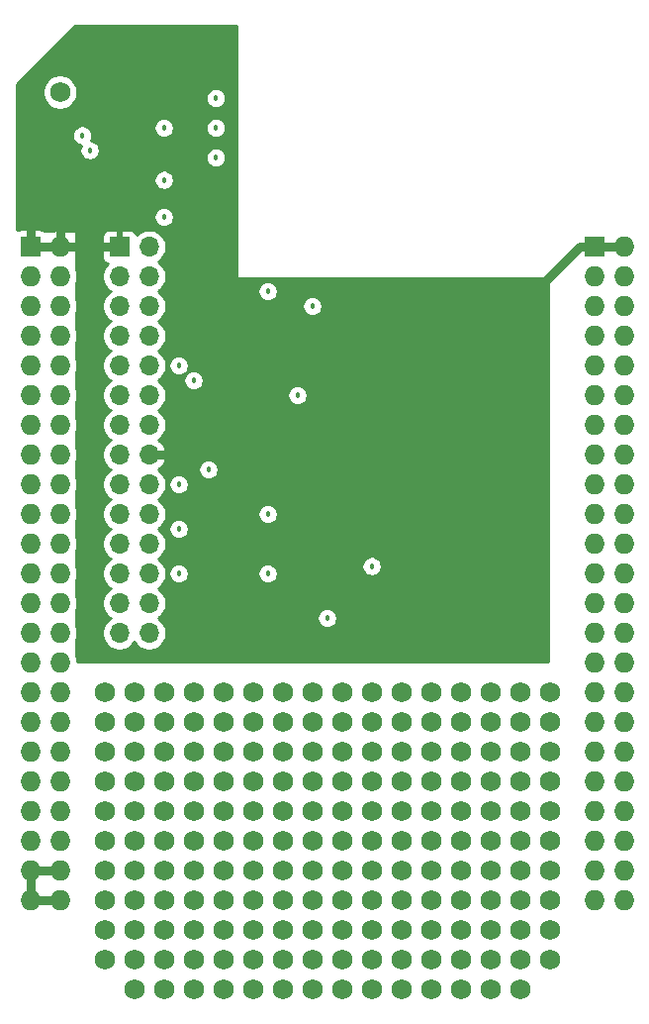
<source format=gbr>
%TF.GenerationSoftware,KiCad,Pcbnew,5.1.9-73d0e3b20d~88~ubuntu18.04.1*%
%TF.CreationDate,2021-02-18T19:04:08+11:00*%
%TF.ProjectId,bbb,6262622e-6b69-4636-9164-5f7063625858,rev?*%
%TF.SameCoordinates,Original*%
%TF.FileFunction,Copper,L2,Inr*%
%TF.FilePolarity,Positive*%
%FSLAX46Y46*%
G04 Gerber Fmt 4.6, Leading zero omitted, Abs format (unit mm)*
G04 Created by KiCad (PCBNEW 5.1.9-73d0e3b20d~88~ubuntu18.04.1) date 2021-02-18 19:04:08*
%MOMM*%
%LPD*%
G01*
G04 APERTURE LIST*
%TA.AperFunction,ComponentPad*%
%ADD10R,1.727200X1.727200*%
%TD*%
%TA.AperFunction,ComponentPad*%
%ADD11O,1.727200X1.727200*%
%TD*%
%TA.AperFunction,ComponentPad*%
%ADD12R,1.700000X1.700000*%
%TD*%
%TA.AperFunction,ComponentPad*%
%ADD13O,1.700000X1.700000*%
%TD*%
%TA.AperFunction,ViaPad*%
%ADD14C,1.727200*%
%TD*%
%TA.AperFunction,ViaPad*%
%ADD15C,0.457200*%
%TD*%
%TA.AperFunction,Conductor*%
%ADD16C,0.762000*%
%TD*%
%TA.AperFunction,Conductor*%
%ADD17C,0.254000*%
%TD*%
%TA.AperFunction,Conductor*%
%ADD18C,0.100000*%
%TD*%
G04 APERTURE END LIST*
D10*
%TO.N,GND*%
%TO.C,P1*%
X164630100Y-62382400D03*
D11*
X167170100Y-62382400D03*
%TO.N,Net-(P1-Pad3)*%
X164630100Y-64922400D03*
%TO.N,Net-(P1-Pad4)*%
X167170100Y-64922400D03*
%TO.N,Net-(P1-Pad5)*%
X164630100Y-67462400D03*
%TO.N,Net-(P1-Pad6)*%
X167170100Y-67462400D03*
%TO.N,Net-(P1-Pad7)*%
X164630100Y-70002400D03*
%TO.N,Net-(P1-Pad8)*%
X167170100Y-70002400D03*
%TO.N,Net-(P1-Pad9)*%
X164630100Y-72542400D03*
%TO.N,Net-(P1-Pad10)*%
X167170100Y-72542400D03*
%TO.N,Net-(P1-Pad11)*%
X164630100Y-75082400D03*
%TO.N,Net-(P1-Pad12)*%
X167170100Y-75082400D03*
%TO.N,Net-(P1-Pad13)*%
X164630100Y-77622400D03*
%TO.N,Net-(P1-Pad14)*%
X167170100Y-77622400D03*
%TO.N,Net-(P1-Pad15)*%
X164630100Y-80162400D03*
%TO.N,Net-(P1-Pad16)*%
X167170100Y-80162400D03*
%TO.N,Net-(P1-Pad17)*%
X164630100Y-82702400D03*
%TO.N,Net-(P1-Pad18)*%
X167170100Y-82702400D03*
%TO.N,Net-(P1-Pad19)*%
X164630100Y-85242400D03*
%TO.N,Net-(P1-Pad20)*%
X167170100Y-85242400D03*
%TO.N,Net-(P1-Pad21)*%
X164630100Y-87782400D03*
%TO.N,Net-(P1-Pad22)*%
X167170100Y-87782400D03*
%TO.N,Net-(P1-Pad23)*%
X164630100Y-90322400D03*
%TO.N,Net-(P1-Pad24)*%
X167170100Y-90322400D03*
%TO.N,Net-(P1-Pad25)*%
X164630100Y-92862400D03*
%TO.N,Net-(P1-Pad26)*%
X167170100Y-92862400D03*
%TO.N,Net-(P1-Pad27)*%
X164630100Y-95402400D03*
%TO.N,Net-(P1-Pad28)*%
X167170100Y-95402400D03*
%TO.N,Net-(P1-Pad29)*%
X164630100Y-97942400D03*
%TO.N,Net-(P1-Pad30)*%
X167170100Y-97942400D03*
%TO.N,Net-(P1-Pad31)*%
X164630100Y-100482400D03*
%TO.N,Net-(P1-Pad32)*%
X167170100Y-100482400D03*
%TO.N,Net-(P1-Pad33)*%
X164630100Y-103022400D03*
%TO.N,Net-(P1-Pad34)*%
X167170100Y-103022400D03*
%TO.N,Net-(P1-Pad35)*%
X164630100Y-105562400D03*
%TO.N,Net-(P1-Pad36)*%
X167170100Y-105562400D03*
%TO.N,Net-(P1-Pad37)*%
X164630100Y-108102400D03*
%TO.N,Net-(P1-Pad38)*%
X167170100Y-108102400D03*
%TO.N,Net-(P1-Pad39)*%
X164630100Y-110642400D03*
%TO.N,Net-(P1-Pad40)*%
X167170100Y-110642400D03*
%TO.N,Net-(P1-Pad41)*%
X164630100Y-113182400D03*
%TO.N,Net-(P1-Pad42)*%
X167170100Y-113182400D03*
%TO.N,Net-(P1-Pad43)*%
X164630100Y-115722400D03*
%TO.N,Net-(P1-Pad44)*%
X167170100Y-115722400D03*
%TO.N,Net-(P1-Pad45)*%
X164630100Y-118262400D03*
%TO.N,Net-(P1-Pad46)*%
X167170100Y-118262400D03*
%TD*%
D10*
%TO.N,GND*%
%TO.C,P2*%
X116370100Y-62382400D03*
D11*
X118910100Y-62382400D03*
%TO.N,+3V3*%
X116370100Y-64922400D03*
X118910100Y-64922400D03*
%TO.N,+5V*%
X116370100Y-67462400D03*
X118910100Y-67462400D03*
%TO.N,SYS_5V*%
X116370100Y-70002400D03*
X118910100Y-70002400D03*
%TO.N,PWR_BUT*%
X116370100Y-72542400D03*
%TO.N,SYS_RESETN*%
X118910100Y-72542400D03*
%TO.N,Net-(P2-Pad11)*%
X116370100Y-75082400D03*
%TO.N,Net-(P2-Pad12)*%
X118910100Y-75082400D03*
%TO.N,Net-(P2-Pad13)*%
X116370100Y-77622400D03*
%TO.N,Net-(P2-Pad14)*%
X118910100Y-77622400D03*
%TO.N,Net-(P2-Pad15)*%
X116370100Y-80162400D03*
%TO.N,Net-(P2-Pad16)*%
X118910100Y-80162400D03*
%TO.N,Net-(P2-Pad17)*%
X116370100Y-82702400D03*
%TO.N,Net-(P2-Pad18)*%
X118910100Y-82702400D03*
%TO.N,Net-(P2-Pad19)*%
X116370100Y-85242400D03*
%TO.N,Net-(P2-Pad20)*%
X118910100Y-85242400D03*
%TO.N,Net-(P2-Pad21)*%
X116370100Y-87782400D03*
%TO.N,Net-(P2-Pad22)*%
X118910100Y-87782400D03*
%TO.N,Net-(P2-Pad23)*%
X116370100Y-90322400D03*
%TO.N,Net-(P2-Pad24)*%
X118910100Y-90322400D03*
%TO.N,Net-(P2-Pad25)*%
X116370100Y-92862400D03*
%TO.N,Net-(P2-Pad26)*%
X118910100Y-92862400D03*
%TO.N,Net-(P2-Pad27)*%
X116370100Y-95402400D03*
%TO.N,Net-(P2-Pad28)*%
X118910100Y-95402400D03*
%TO.N,Net-(P2-Pad29)*%
X116370100Y-97942400D03*
%TO.N,Net-(P2-Pad30)*%
X118910100Y-97942400D03*
%TO.N,Net-(P2-Pad31)*%
X116370100Y-100482400D03*
%TO.N,VDD_ADC*%
X118910100Y-100482400D03*
%TO.N,Net-(P2-Pad33)*%
X116370100Y-103022400D03*
%TO.N,GNDA_ADC*%
X118910100Y-103022400D03*
%TO.N,Net-(P2-Pad35)*%
X116370100Y-105562400D03*
%TO.N,Net-(P2-Pad36)*%
X118910100Y-105562400D03*
%TO.N,Net-(P2-Pad37)*%
X116370100Y-108102400D03*
%TO.N,Net-(P2-Pad38)*%
X118910100Y-108102400D03*
%TO.N,Net-(P2-Pad39)*%
X116370100Y-110642400D03*
%TO.N,Net-(P2-Pad40)*%
X118910100Y-110642400D03*
%TO.N,Net-(P2-Pad41)*%
X116370100Y-113182400D03*
%TO.N,Net-(P2-Pad42)*%
X118910100Y-113182400D03*
%TO.N,GND*%
X116370100Y-115722400D03*
X118910100Y-115722400D03*
X116370100Y-118262400D03*
X118910100Y-118262400D03*
%TD*%
D12*
%TO.N,GND*%
%TO.C,J1*%
X123990100Y-62382400D03*
D13*
%TO.N,+3V3*%
X126530100Y-62382400D03*
%TO.N,RFIN*%
X123990100Y-64922400D03*
%TO.N,RFOUT*%
X126530100Y-64922400D03*
%TO.N,P5_MIXIN*%
X123990100Y-67462400D03*
%TO.N,MIXIN*%
X126530100Y-67462400D03*
%TO.N,P7_SCL*%
X123990100Y-70002400D03*
%TO.N,I2C_SCL*%
X126530100Y-70002400D03*
%TO.N,P9_SDA*%
X123990100Y-72542400D03*
%TO.N,I2C_SDA*%
X126530100Y-72542400D03*
%TO.N,CLK0*%
X123990100Y-75082400D03*
%TO.N,MIXCLK0*%
X126530100Y-75082400D03*
%TO.N,CLK1*%
X123990100Y-77622400D03*
%TO.N,MIXCLK90*%
X126530100Y-77622400D03*
%TO.N,CLK2*%
X123990100Y-80162400D03*
%TO.N,GND*%
X126530100Y-80162400D03*
%TO.N,MIXI+*%
X123990100Y-82702400D03*
%TO.N,I+*%
X126530100Y-82702400D03*
%TO.N,MIXI-*%
X123990100Y-85242400D03*
%TO.N,I-*%
X126530100Y-85242400D03*
%TO.N,MIXQ+*%
X123990100Y-87782400D03*
%TO.N,Q+*%
X126530100Y-87782400D03*
%TO.N,MIXQ-*%
X123990100Y-90322400D03*
%TO.N,Q-*%
X126530100Y-90322400D03*
%TO.N,P21_Iout*%
X123990100Y-92862400D03*
%TO.N,Iout*%
X126530100Y-92862400D03*
%TO.N,P23_Qout*%
X123990100Y-95402400D03*
%TO.N,Qout*%
X126530100Y-95402400D03*
%TD*%
D14*
%TO.N,*%
X122720100Y-100482400D03*
X125260100Y-100482400D03*
X130340100Y-100482400D03*
X127800100Y-100482400D03*
X137960100Y-100482400D03*
X140500100Y-100482400D03*
X132880100Y-100482400D03*
X150660100Y-100482400D03*
X145580100Y-100482400D03*
X143040100Y-100482400D03*
X148120100Y-100482400D03*
X158280100Y-100482400D03*
X160820100Y-100482400D03*
X155740100Y-100482400D03*
X153200100Y-100482400D03*
X153200100Y-103022400D03*
X127800100Y-103022400D03*
X155740100Y-103022400D03*
X160820100Y-103022400D03*
X158280100Y-103022400D03*
X130340100Y-103022400D03*
X148120100Y-103022400D03*
X140500100Y-103022400D03*
X150660100Y-103022400D03*
X135420100Y-103022400D03*
X145580100Y-103022400D03*
X132880100Y-103022400D03*
X125260100Y-103022400D03*
X143040100Y-103022400D03*
X122720100Y-103022400D03*
X137960100Y-103022400D03*
X122720100Y-105562400D03*
X145580100Y-105562400D03*
X160820100Y-105562400D03*
X148120100Y-105562400D03*
X150660100Y-105562400D03*
X140500100Y-105562400D03*
X137960100Y-105562400D03*
X127800100Y-105562400D03*
X143040100Y-105562400D03*
X130340100Y-105562400D03*
X125260100Y-105562400D03*
X155740100Y-105562400D03*
X158280100Y-105562400D03*
X132880100Y-105562400D03*
X153200100Y-105562400D03*
X135420100Y-105562400D03*
X135420100Y-108102400D03*
X155740100Y-108102400D03*
X145580100Y-108102400D03*
X132880100Y-108102400D03*
X148120100Y-108102400D03*
X158280100Y-108102400D03*
X153200100Y-108102400D03*
X137960100Y-108102400D03*
X150660100Y-108102400D03*
X127800100Y-108102400D03*
X130340100Y-108102400D03*
X143040100Y-108102400D03*
X122720100Y-108102400D03*
X160820100Y-108102400D03*
X140500100Y-108102400D03*
X125260100Y-108102400D03*
X145580100Y-110642400D03*
X127800100Y-110642400D03*
X135420100Y-110642400D03*
X158280100Y-110642400D03*
X140500100Y-110642400D03*
X137960100Y-110642400D03*
X125260100Y-110642400D03*
X150660100Y-110642400D03*
X132880100Y-110642400D03*
X143040100Y-110642400D03*
X155740100Y-110642400D03*
X160820100Y-110642400D03*
X130340100Y-110642400D03*
X122720100Y-110642400D03*
X148120100Y-110642400D03*
X153200100Y-110642400D03*
X125260100Y-113182400D03*
X155740100Y-113182400D03*
X150660100Y-113182400D03*
X130340100Y-113182400D03*
X127800100Y-113182400D03*
X140500100Y-113182400D03*
X160820100Y-113182400D03*
X143040100Y-113182400D03*
X132880100Y-113182400D03*
X158280100Y-113182400D03*
X135420100Y-113182400D03*
X122720100Y-113182400D03*
X145580100Y-113182400D03*
X153200100Y-113182400D03*
X148120100Y-113182400D03*
X137960100Y-113182400D03*
X135420100Y-115722400D03*
X148120100Y-115722400D03*
X155740100Y-115722400D03*
X137960100Y-115722400D03*
X143040100Y-115722400D03*
X122720100Y-115722400D03*
X130340100Y-115722400D03*
X140500100Y-115722400D03*
X160820100Y-115722400D03*
X150660100Y-115722400D03*
X132880100Y-115722400D03*
X127800100Y-115722400D03*
X153200100Y-115722400D03*
X145580100Y-115722400D03*
X125260100Y-115722400D03*
X158280100Y-115722400D03*
X125260100Y-118262400D03*
X122720100Y-118262400D03*
X160820100Y-118262400D03*
X158280100Y-118262400D03*
X153200100Y-118262400D03*
X150660100Y-118262400D03*
X132880100Y-118262400D03*
X148120100Y-118262400D03*
X135420100Y-118262400D03*
X130340100Y-118262400D03*
X145580100Y-118262400D03*
X155740100Y-118262400D03*
X143040100Y-118262400D03*
X140500100Y-118262400D03*
X137960100Y-118262400D03*
X127800100Y-118262400D03*
X155740100Y-120802400D03*
X143040100Y-120802400D03*
X137960100Y-120802400D03*
X153200100Y-120802400D03*
X130340100Y-120802400D03*
X150660100Y-120802400D03*
X140500100Y-120802400D03*
X135420100Y-120802400D03*
X145580100Y-120802400D03*
X160820100Y-120802400D03*
X158280100Y-120802400D03*
X122720100Y-120802400D03*
X127800100Y-120802400D03*
X125260100Y-120802400D03*
X148120100Y-120802400D03*
X132880100Y-120802400D03*
X125260100Y-123342400D03*
X148120100Y-123342400D03*
X153200100Y-123342400D03*
X158280100Y-123342400D03*
X140500100Y-123342400D03*
X150660100Y-123342400D03*
X130340100Y-123342400D03*
X127800100Y-123342400D03*
X135420100Y-123342400D03*
X160820100Y-123342400D03*
X122720100Y-123342400D03*
X143040100Y-123342400D03*
X137960100Y-123342400D03*
X155740100Y-123342400D03*
X132880100Y-123342400D03*
X145580100Y-123342400D03*
X145580100Y-125882400D03*
X150660100Y-125882400D03*
X143040100Y-125882400D03*
X153200100Y-125882400D03*
X155740100Y-125882400D03*
X140500100Y-125882400D03*
X148120100Y-125882400D03*
X130340100Y-125882400D03*
X125260100Y-125882400D03*
X127800100Y-125882400D03*
X132880100Y-125882400D03*
X135420100Y-125882400D03*
X158280100Y-125882400D03*
X137960100Y-125882400D03*
%TO.N,+3V3*%
X118910100Y-49174400D03*
D15*
X136690100Y-66192400D03*
X140500100Y-67462400D03*
X129070100Y-72542400D03*
X139230100Y-75082400D03*
X145580100Y-89687400D03*
X132245100Y-54762400D03*
X132245100Y-52222400D03*
X132245100Y-49682400D03*
X127800100Y-56667400D03*
X121450100Y-54127400D03*
D14*
%TO.N,GND*%
X117640100Y-55270400D03*
D15*
X139230100Y-66192400D03*
X133910791Y-68971709D03*
X135420100Y-71272400D03*
X136690100Y-73812400D03*
X134150100Y-75082400D03*
X134150100Y-85242400D03*
X140500100Y-76352400D03*
X143040100Y-75082400D03*
X145580100Y-67462400D03*
X146215100Y-87782400D03*
X144945100Y-85242400D03*
X144945100Y-82702400D03*
X144945100Y-80162400D03*
X144945100Y-77622400D03*
X144945100Y-96672400D03*
X137960100Y-93497400D03*
X129705100Y-48412400D03*
X127800100Y-50317400D03*
X124625100Y-47777400D03*
X124510790Y-54876710D03*
%TO.N,Q+*%
X141770100Y-94132400D03*
%TO.N,Iout*%
X129070100Y-90322400D03*
%TO.N,MIXIN*%
X136690100Y-85242400D03*
X130340100Y-73812400D03*
%TO.N,I2C_SCL*%
X127800100Y-59842400D03*
%TO.N,I2C_SDA*%
X127800100Y-52222400D03*
%TO.N,CLK2*%
X120815100Y-52857400D03*
%TO.N,MIXI+*%
X131610100Y-81432400D03*
%TO.N,MIXQ+*%
X129070100Y-86512400D03*
%TO.N,MIXQ-*%
X129070100Y-82702400D03*
%TO.N,Q-*%
X136690100Y-90322400D03*
D14*
%TO.N,LED_IN*%
X135420100Y-100482400D03*
%TD*%
D16*
%TO.N,GND*%
X116370100Y-62382400D02*
X118910100Y-62382400D01*
X118910100Y-62382400D02*
X123990100Y-62382400D01*
X126530100Y-80162400D02*
X129070100Y-80162400D01*
X116370100Y-62382400D02*
X116370100Y-59842400D01*
X118910100Y-62382400D02*
X118910100Y-61112400D01*
X118910100Y-115722400D02*
X116370100Y-115722400D01*
X116370100Y-118262400D02*
X118910100Y-118262400D01*
X116370100Y-118262400D02*
X116370100Y-115722400D01*
X164630100Y-62382400D02*
X167170100Y-62382400D01*
X164630100Y-62382400D02*
X163360100Y-62382400D01*
X163360100Y-62382400D02*
X159550100Y-66192400D01*
%TD*%
D17*
%TO.N,GND*%
X134023100Y-64922400D02*
X134025540Y-64947176D01*
X134032767Y-64971001D01*
X134044503Y-64992957D01*
X134060297Y-65012203D01*
X134079543Y-65027997D01*
X134101499Y-65039733D01*
X134125324Y-65046960D01*
X134150100Y-65049400D01*
X160693100Y-65049400D01*
X160693100Y-97815400D01*
X120408700Y-97815400D01*
X120408700Y-97794801D01*
X120351110Y-97505275D01*
X120307100Y-97399026D01*
X120307100Y-95945774D01*
X120351110Y-95839525D01*
X120408700Y-95549999D01*
X120408700Y-95254801D01*
X120351110Y-94965275D01*
X120307100Y-94859026D01*
X120307100Y-93405774D01*
X120351110Y-93299525D01*
X120408700Y-93009999D01*
X120408700Y-92714801D01*
X120351110Y-92425275D01*
X120307100Y-92319026D01*
X120307100Y-90865774D01*
X120351110Y-90759525D01*
X120408700Y-90469999D01*
X120408700Y-90174801D01*
X120351110Y-89885275D01*
X120307100Y-89779026D01*
X120307100Y-88325774D01*
X120351110Y-88219525D01*
X120408700Y-87929999D01*
X120408700Y-87634801D01*
X120351110Y-87345275D01*
X120307100Y-87239026D01*
X120307100Y-85785774D01*
X120351110Y-85679525D01*
X120408700Y-85389999D01*
X120408700Y-85094801D01*
X120351110Y-84805275D01*
X120307100Y-84699026D01*
X120307100Y-83245774D01*
X120351110Y-83139525D01*
X120408700Y-82849999D01*
X120408700Y-82554801D01*
X120351110Y-82265275D01*
X120307100Y-82159026D01*
X120307100Y-80705774D01*
X120351110Y-80599525D01*
X120408700Y-80309999D01*
X120408700Y-80014801D01*
X120351110Y-79725275D01*
X120307100Y-79619026D01*
X120307100Y-78165774D01*
X120351110Y-78059525D01*
X120408700Y-77769999D01*
X120408700Y-77474801D01*
X120351110Y-77185275D01*
X120307100Y-77079026D01*
X120307100Y-75625774D01*
X120351110Y-75519525D01*
X120408700Y-75229999D01*
X120408700Y-74934801D01*
X120351110Y-74645275D01*
X120307100Y-74539026D01*
X120307100Y-73085774D01*
X120351110Y-72979525D01*
X120408700Y-72689999D01*
X120408700Y-72394801D01*
X120351110Y-72105275D01*
X120307100Y-71999026D01*
X120307100Y-70545774D01*
X120351110Y-70439525D01*
X120408700Y-70149999D01*
X120408700Y-69854801D01*
X120351110Y-69565275D01*
X120307100Y-69459026D01*
X120307100Y-68005774D01*
X120351110Y-67899525D01*
X120408700Y-67609999D01*
X120408700Y-67314801D01*
X120351110Y-67025275D01*
X120307100Y-66919026D01*
X120307100Y-65465774D01*
X120351110Y-65359525D01*
X120408700Y-65069999D01*
X120408700Y-64774801D01*
X120351110Y-64485275D01*
X120307100Y-64379026D01*
X120307100Y-63232400D01*
X122502028Y-63232400D01*
X122514288Y-63356882D01*
X122550598Y-63476580D01*
X122609563Y-63586894D01*
X122688915Y-63683585D01*
X122785606Y-63762937D01*
X122895920Y-63821902D01*
X122968480Y-63843913D01*
X122836625Y-63975768D01*
X122674110Y-64218989D01*
X122562168Y-64489242D01*
X122505100Y-64776140D01*
X122505100Y-65068660D01*
X122562168Y-65355558D01*
X122674110Y-65625811D01*
X122836625Y-65869032D01*
X123043468Y-66075875D01*
X123217860Y-66192400D01*
X123043468Y-66308925D01*
X122836625Y-66515768D01*
X122674110Y-66758989D01*
X122562168Y-67029242D01*
X122505100Y-67316140D01*
X122505100Y-67608660D01*
X122562168Y-67895558D01*
X122674110Y-68165811D01*
X122836625Y-68409032D01*
X123043468Y-68615875D01*
X123217860Y-68732400D01*
X123043468Y-68848925D01*
X122836625Y-69055768D01*
X122674110Y-69298989D01*
X122562168Y-69569242D01*
X122505100Y-69856140D01*
X122505100Y-70148660D01*
X122562168Y-70435558D01*
X122674110Y-70705811D01*
X122836625Y-70949032D01*
X123043468Y-71155875D01*
X123217860Y-71272400D01*
X123043468Y-71388925D01*
X122836625Y-71595768D01*
X122674110Y-71838989D01*
X122562168Y-72109242D01*
X122505100Y-72396140D01*
X122505100Y-72688660D01*
X122562168Y-72975558D01*
X122674110Y-73245811D01*
X122836625Y-73489032D01*
X123043468Y-73695875D01*
X123217860Y-73812400D01*
X123043468Y-73928925D01*
X122836625Y-74135768D01*
X122674110Y-74378989D01*
X122562168Y-74649242D01*
X122505100Y-74936140D01*
X122505100Y-75228660D01*
X122562168Y-75515558D01*
X122674110Y-75785811D01*
X122836625Y-76029032D01*
X123043468Y-76235875D01*
X123217860Y-76352400D01*
X123043468Y-76468925D01*
X122836625Y-76675768D01*
X122674110Y-76918989D01*
X122562168Y-77189242D01*
X122505100Y-77476140D01*
X122505100Y-77768660D01*
X122562168Y-78055558D01*
X122674110Y-78325811D01*
X122836625Y-78569032D01*
X123043468Y-78775875D01*
X123217860Y-78892400D01*
X123043468Y-79008925D01*
X122836625Y-79215768D01*
X122674110Y-79458989D01*
X122562168Y-79729242D01*
X122505100Y-80016140D01*
X122505100Y-80308660D01*
X122562168Y-80595558D01*
X122674110Y-80865811D01*
X122836625Y-81109032D01*
X123043468Y-81315875D01*
X123217860Y-81432400D01*
X123043468Y-81548925D01*
X122836625Y-81755768D01*
X122674110Y-81998989D01*
X122562168Y-82269242D01*
X122505100Y-82556140D01*
X122505100Y-82848660D01*
X122562168Y-83135558D01*
X122674110Y-83405811D01*
X122836625Y-83649032D01*
X123043468Y-83855875D01*
X123217860Y-83972400D01*
X123043468Y-84088925D01*
X122836625Y-84295768D01*
X122674110Y-84538989D01*
X122562168Y-84809242D01*
X122505100Y-85096140D01*
X122505100Y-85388660D01*
X122562168Y-85675558D01*
X122674110Y-85945811D01*
X122836625Y-86189032D01*
X123043468Y-86395875D01*
X123217860Y-86512400D01*
X123043468Y-86628925D01*
X122836625Y-86835768D01*
X122674110Y-87078989D01*
X122562168Y-87349242D01*
X122505100Y-87636140D01*
X122505100Y-87928660D01*
X122562168Y-88215558D01*
X122674110Y-88485811D01*
X122836625Y-88729032D01*
X123043468Y-88935875D01*
X123217860Y-89052400D01*
X123043468Y-89168925D01*
X122836625Y-89375768D01*
X122674110Y-89618989D01*
X122562168Y-89889242D01*
X122505100Y-90176140D01*
X122505100Y-90468660D01*
X122562168Y-90755558D01*
X122674110Y-91025811D01*
X122836625Y-91269032D01*
X123043468Y-91475875D01*
X123217860Y-91592400D01*
X123043468Y-91708925D01*
X122836625Y-91915768D01*
X122674110Y-92158989D01*
X122562168Y-92429242D01*
X122505100Y-92716140D01*
X122505100Y-93008660D01*
X122562168Y-93295558D01*
X122674110Y-93565811D01*
X122836625Y-93809032D01*
X123043468Y-94015875D01*
X123217860Y-94132400D01*
X123043468Y-94248925D01*
X122836625Y-94455768D01*
X122674110Y-94698989D01*
X122562168Y-94969242D01*
X122505100Y-95256140D01*
X122505100Y-95548660D01*
X122562168Y-95835558D01*
X122674110Y-96105811D01*
X122836625Y-96349032D01*
X123043468Y-96555875D01*
X123286689Y-96718390D01*
X123556942Y-96830332D01*
X123843840Y-96887400D01*
X124136360Y-96887400D01*
X124423258Y-96830332D01*
X124693511Y-96718390D01*
X124936732Y-96555875D01*
X125143575Y-96349032D01*
X125260100Y-96174640D01*
X125376625Y-96349032D01*
X125583468Y-96555875D01*
X125826689Y-96718390D01*
X126096942Y-96830332D01*
X126383840Y-96887400D01*
X126676360Y-96887400D01*
X126963258Y-96830332D01*
X127233511Y-96718390D01*
X127476732Y-96555875D01*
X127683575Y-96349032D01*
X127846090Y-96105811D01*
X127958032Y-95835558D01*
X128015100Y-95548660D01*
X128015100Y-95256140D01*
X127958032Y-94969242D01*
X127846090Y-94698989D01*
X127683575Y-94455768D01*
X127476732Y-94248925D01*
X127302340Y-94132400D01*
X127429636Y-94047343D01*
X140906500Y-94047343D01*
X140906500Y-94217457D01*
X140939687Y-94384303D01*
X141004787Y-94541468D01*
X141099298Y-94682913D01*
X141219587Y-94803202D01*
X141361032Y-94897713D01*
X141518197Y-94962813D01*
X141685043Y-94996000D01*
X141855157Y-94996000D01*
X142022003Y-94962813D01*
X142179168Y-94897713D01*
X142320613Y-94803202D01*
X142440902Y-94682913D01*
X142535413Y-94541468D01*
X142600513Y-94384303D01*
X142633700Y-94217457D01*
X142633700Y-94047343D01*
X142600513Y-93880497D01*
X142535413Y-93723332D01*
X142440902Y-93581887D01*
X142320613Y-93461598D01*
X142179168Y-93367087D01*
X142022003Y-93301987D01*
X141855157Y-93268800D01*
X141685043Y-93268800D01*
X141518197Y-93301987D01*
X141361032Y-93367087D01*
X141219587Y-93461598D01*
X141099298Y-93581887D01*
X141004787Y-93723332D01*
X140939687Y-93880497D01*
X140906500Y-94047343D01*
X127429636Y-94047343D01*
X127476732Y-94015875D01*
X127683575Y-93809032D01*
X127846090Y-93565811D01*
X127958032Y-93295558D01*
X128015100Y-93008660D01*
X128015100Y-92716140D01*
X127958032Y-92429242D01*
X127846090Y-92158989D01*
X127683575Y-91915768D01*
X127476732Y-91708925D01*
X127302340Y-91592400D01*
X127476732Y-91475875D01*
X127683575Y-91269032D01*
X127846090Y-91025811D01*
X127958032Y-90755558D01*
X128015100Y-90468660D01*
X128015100Y-90237343D01*
X128206500Y-90237343D01*
X128206500Y-90407457D01*
X128239687Y-90574303D01*
X128304787Y-90731468D01*
X128399298Y-90872913D01*
X128519587Y-90993202D01*
X128661032Y-91087713D01*
X128818197Y-91152813D01*
X128985043Y-91186000D01*
X129155157Y-91186000D01*
X129322003Y-91152813D01*
X129479168Y-91087713D01*
X129620613Y-90993202D01*
X129740902Y-90872913D01*
X129835413Y-90731468D01*
X129900513Y-90574303D01*
X129933700Y-90407457D01*
X129933700Y-90237343D01*
X135826500Y-90237343D01*
X135826500Y-90407457D01*
X135859687Y-90574303D01*
X135924787Y-90731468D01*
X136019298Y-90872913D01*
X136139587Y-90993202D01*
X136281032Y-91087713D01*
X136438197Y-91152813D01*
X136605043Y-91186000D01*
X136775157Y-91186000D01*
X136942003Y-91152813D01*
X137099168Y-91087713D01*
X137240613Y-90993202D01*
X137360902Y-90872913D01*
X137455413Y-90731468D01*
X137520513Y-90574303D01*
X137553700Y-90407457D01*
X137553700Y-90237343D01*
X137520513Y-90070497D01*
X137455413Y-89913332D01*
X137360902Y-89771887D01*
X137240613Y-89651598D01*
X137166899Y-89602343D01*
X144716500Y-89602343D01*
X144716500Y-89772457D01*
X144749687Y-89939303D01*
X144814787Y-90096468D01*
X144909298Y-90237913D01*
X145029587Y-90358202D01*
X145171032Y-90452713D01*
X145328197Y-90517813D01*
X145495043Y-90551000D01*
X145665157Y-90551000D01*
X145832003Y-90517813D01*
X145989168Y-90452713D01*
X146130613Y-90358202D01*
X146250902Y-90237913D01*
X146345413Y-90096468D01*
X146410513Y-89939303D01*
X146443700Y-89772457D01*
X146443700Y-89602343D01*
X146410513Y-89435497D01*
X146345413Y-89278332D01*
X146250902Y-89136887D01*
X146130613Y-89016598D01*
X145989168Y-88922087D01*
X145832003Y-88856987D01*
X145665157Y-88823800D01*
X145495043Y-88823800D01*
X145328197Y-88856987D01*
X145171032Y-88922087D01*
X145029587Y-89016598D01*
X144909298Y-89136887D01*
X144814787Y-89278332D01*
X144749687Y-89435497D01*
X144716500Y-89602343D01*
X137166899Y-89602343D01*
X137099168Y-89557087D01*
X136942003Y-89491987D01*
X136775157Y-89458800D01*
X136605043Y-89458800D01*
X136438197Y-89491987D01*
X136281032Y-89557087D01*
X136139587Y-89651598D01*
X136019298Y-89771887D01*
X135924787Y-89913332D01*
X135859687Y-90070497D01*
X135826500Y-90237343D01*
X129933700Y-90237343D01*
X129900513Y-90070497D01*
X129835413Y-89913332D01*
X129740902Y-89771887D01*
X129620613Y-89651598D01*
X129479168Y-89557087D01*
X129322003Y-89491987D01*
X129155157Y-89458800D01*
X128985043Y-89458800D01*
X128818197Y-89491987D01*
X128661032Y-89557087D01*
X128519587Y-89651598D01*
X128399298Y-89771887D01*
X128304787Y-89913332D01*
X128239687Y-90070497D01*
X128206500Y-90237343D01*
X128015100Y-90237343D01*
X128015100Y-90176140D01*
X127958032Y-89889242D01*
X127846090Y-89618989D01*
X127683575Y-89375768D01*
X127476732Y-89168925D01*
X127302340Y-89052400D01*
X127476732Y-88935875D01*
X127683575Y-88729032D01*
X127846090Y-88485811D01*
X127958032Y-88215558D01*
X128015100Y-87928660D01*
X128015100Y-87636140D01*
X127958032Y-87349242D01*
X127846090Y-87078989D01*
X127683575Y-86835768D01*
X127476732Y-86628925D01*
X127302340Y-86512400D01*
X127429636Y-86427343D01*
X128206500Y-86427343D01*
X128206500Y-86597457D01*
X128239687Y-86764303D01*
X128304787Y-86921468D01*
X128399298Y-87062913D01*
X128519587Y-87183202D01*
X128661032Y-87277713D01*
X128818197Y-87342813D01*
X128985043Y-87376000D01*
X129155157Y-87376000D01*
X129322003Y-87342813D01*
X129479168Y-87277713D01*
X129620613Y-87183202D01*
X129740902Y-87062913D01*
X129835413Y-86921468D01*
X129900513Y-86764303D01*
X129933700Y-86597457D01*
X129933700Y-86427343D01*
X129900513Y-86260497D01*
X129835413Y-86103332D01*
X129740902Y-85961887D01*
X129620613Y-85841598D01*
X129479168Y-85747087D01*
X129322003Y-85681987D01*
X129155157Y-85648800D01*
X128985043Y-85648800D01*
X128818197Y-85681987D01*
X128661032Y-85747087D01*
X128519587Y-85841598D01*
X128399298Y-85961887D01*
X128304787Y-86103332D01*
X128239687Y-86260497D01*
X128206500Y-86427343D01*
X127429636Y-86427343D01*
X127476732Y-86395875D01*
X127683575Y-86189032D01*
X127846090Y-85945811D01*
X127958032Y-85675558D01*
X128015100Y-85388660D01*
X128015100Y-85157343D01*
X135826500Y-85157343D01*
X135826500Y-85327457D01*
X135859687Y-85494303D01*
X135924787Y-85651468D01*
X136019298Y-85792913D01*
X136139587Y-85913202D01*
X136281032Y-86007713D01*
X136438197Y-86072813D01*
X136605043Y-86106000D01*
X136775157Y-86106000D01*
X136942003Y-86072813D01*
X137099168Y-86007713D01*
X137240613Y-85913202D01*
X137360902Y-85792913D01*
X137455413Y-85651468D01*
X137520513Y-85494303D01*
X137553700Y-85327457D01*
X137553700Y-85157343D01*
X137520513Y-84990497D01*
X137455413Y-84833332D01*
X137360902Y-84691887D01*
X137240613Y-84571598D01*
X137099168Y-84477087D01*
X136942003Y-84411987D01*
X136775157Y-84378800D01*
X136605043Y-84378800D01*
X136438197Y-84411987D01*
X136281032Y-84477087D01*
X136139587Y-84571598D01*
X136019298Y-84691887D01*
X135924787Y-84833332D01*
X135859687Y-84990497D01*
X135826500Y-85157343D01*
X128015100Y-85157343D01*
X128015100Y-85096140D01*
X127958032Y-84809242D01*
X127846090Y-84538989D01*
X127683575Y-84295768D01*
X127476732Y-84088925D01*
X127302340Y-83972400D01*
X127476732Y-83855875D01*
X127683575Y-83649032D01*
X127846090Y-83405811D01*
X127958032Y-83135558D01*
X128015100Y-82848660D01*
X128015100Y-82617343D01*
X128206500Y-82617343D01*
X128206500Y-82787457D01*
X128239687Y-82954303D01*
X128304787Y-83111468D01*
X128399298Y-83252913D01*
X128519587Y-83373202D01*
X128661032Y-83467713D01*
X128818197Y-83532813D01*
X128985043Y-83566000D01*
X129155157Y-83566000D01*
X129322003Y-83532813D01*
X129479168Y-83467713D01*
X129620613Y-83373202D01*
X129740902Y-83252913D01*
X129835413Y-83111468D01*
X129900513Y-82954303D01*
X129933700Y-82787457D01*
X129933700Y-82617343D01*
X129900513Y-82450497D01*
X129835413Y-82293332D01*
X129740902Y-82151887D01*
X129620613Y-82031598D01*
X129479168Y-81937087D01*
X129322003Y-81871987D01*
X129155157Y-81838800D01*
X128985043Y-81838800D01*
X128818197Y-81871987D01*
X128661032Y-81937087D01*
X128519587Y-82031598D01*
X128399298Y-82151887D01*
X128304787Y-82293332D01*
X128239687Y-82450497D01*
X128206500Y-82617343D01*
X128015100Y-82617343D01*
X128015100Y-82556140D01*
X127958032Y-82269242D01*
X127846090Y-81998989D01*
X127683575Y-81755768D01*
X127476732Y-81548925D01*
X127294566Y-81427205D01*
X127411455Y-81357578D01*
X127422809Y-81347343D01*
X130746500Y-81347343D01*
X130746500Y-81517457D01*
X130779687Y-81684303D01*
X130844787Y-81841468D01*
X130939298Y-81982913D01*
X131059587Y-82103202D01*
X131201032Y-82197713D01*
X131358197Y-82262813D01*
X131525043Y-82296000D01*
X131695157Y-82296000D01*
X131862003Y-82262813D01*
X132019168Y-82197713D01*
X132160613Y-82103202D01*
X132280902Y-81982913D01*
X132375413Y-81841468D01*
X132440513Y-81684303D01*
X132473700Y-81517457D01*
X132473700Y-81347343D01*
X132440513Y-81180497D01*
X132375413Y-81023332D01*
X132280902Y-80881887D01*
X132160613Y-80761598D01*
X132019168Y-80667087D01*
X131862003Y-80601987D01*
X131695157Y-80568800D01*
X131525043Y-80568800D01*
X131358197Y-80601987D01*
X131201032Y-80667087D01*
X131059587Y-80761598D01*
X130939298Y-80881887D01*
X130844787Y-81023332D01*
X130779687Y-81180497D01*
X130746500Y-81347343D01*
X127422809Y-81347343D01*
X127627688Y-81162669D01*
X127801741Y-80929320D01*
X127926925Y-80666499D01*
X127971576Y-80519290D01*
X127850255Y-80289400D01*
X126657100Y-80289400D01*
X126657100Y-80309400D01*
X126403100Y-80309400D01*
X126403100Y-80289400D01*
X126383100Y-80289400D01*
X126383100Y-80035400D01*
X126403100Y-80035400D01*
X126403100Y-80015400D01*
X126657100Y-80015400D01*
X126657100Y-80035400D01*
X127850255Y-80035400D01*
X127971576Y-79805510D01*
X127926925Y-79658301D01*
X127801741Y-79395480D01*
X127627688Y-79162131D01*
X127411455Y-78967222D01*
X127294566Y-78897595D01*
X127476732Y-78775875D01*
X127683575Y-78569032D01*
X127846090Y-78325811D01*
X127958032Y-78055558D01*
X128015100Y-77768660D01*
X128015100Y-77476140D01*
X127958032Y-77189242D01*
X127846090Y-76918989D01*
X127683575Y-76675768D01*
X127476732Y-76468925D01*
X127302340Y-76352400D01*
X127476732Y-76235875D01*
X127683575Y-76029032D01*
X127846090Y-75785811D01*
X127958032Y-75515558D01*
X128015100Y-75228660D01*
X128015100Y-74997343D01*
X138366500Y-74997343D01*
X138366500Y-75167457D01*
X138399687Y-75334303D01*
X138464787Y-75491468D01*
X138559298Y-75632913D01*
X138679587Y-75753202D01*
X138821032Y-75847713D01*
X138978197Y-75912813D01*
X139145043Y-75946000D01*
X139315157Y-75946000D01*
X139482003Y-75912813D01*
X139639168Y-75847713D01*
X139780613Y-75753202D01*
X139900902Y-75632913D01*
X139995413Y-75491468D01*
X140060513Y-75334303D01*
X140093700Y-75167457D01*
X140093700Y-74997343D01*
X140060513Y-74830497D01*
X139995413Y-74673332D01*
X139900902Y-74531887D01*
X139780613Y-74411598D01*
X139639168Y-74317087D01*
X139482003Y-74251987D01*
X139315157Y-74218800D01*
X139145043Y-74218800D01*
X138978197Y-74251987D01*
X138821032Y-74317087D01*
X138679587Y-74411598D01*
X138559298Y-74531887D01*
X138464787Y-74673332D01*
X138399687Y-74830497D01*
X138366500Y-74997343D01*
X128015100Y-74997343D01*
X128015100Y-74936140D01*
X127958032Y-74649242D01*
X127846090Y-74378989D01*
X127683575Y-74135768D01*
X127476732Y-73928925D01*
X127302340Y-73812400D01*
X127429636Y-73727343D01*
X129476500Y-73727343D01*
X129476500Y-73897457D01*
X129509687Y-74064303D01*
X129574787Y-74221468D01*
X129669298Y-74362913D01*
X129789587Y-74483202D01*
X129931032Y-74577713D01*
X130088197Y-74642813D01*
X130255043Y-74676000D01*
X130425157Y-74676000D01*
X130592003Y-74642813D01*
X130749168Y-74577713D01*
X130890613Y-74483202D01*
X131010902Y-74362913D01*
X131105413Y-74221468D01*
X131170513Y-74064303D01*
X131203700Y-73897457D01*
X131203700Y-73727343D01*
X131170513Y-73560497D01*
X131105413Y-73403332D01*
X131010902Y-73261887D01*
X130890613Y-73141598D01*
X130749168Y-73047087D01*
X130592003Y-72981987D01*
X130425157Y-72948800D01*
X130255043Y-72948800D01*
X130088197Y-72981987D01*
X129931032Y-73047087D01*
X129789587Y-73141598D01*
X129669298Y-73261887D01*
X129574787Y-73403332D01*
X129509687Y-73560497D01*
X129476500Y-73727343D01*
X127429636Y-73727343D01*
X127476732Y-73695875D01*
X127683575Y-73489032D01*
X127846090Y-73245811D01*
X127958032Y-72975558D01*
X128015100Y-72688660D01*
X128015100Y-72457343D01*
X128206500Y-72457343D01*
X128206500Y-72627457D01*
X128239687Y-72794303D01*
X128304787Y-72951468D01*
X128399298Y-73092913D01*
X128519587Y-73213202D01*
X128661032Y-73307713D01*
X128818197Y-73372813D01*
X128985043Y-73406000D01*
X129155157Y-73406000D01*
X129322003Y-73372813D01*
X129479168Y-73307713D01*
X129620613Y-73213202D01*
X129740902Y-73092913D01*
X129835413Y-72951468D01*
X129900513Y-72794303D01*
X129933700Y-72627457D01*
X129933700Y-72457343D01*
X129900513Y-72290497D01*
X129835413Y-72133332D01*
X129740902Y-71991887D01*
X129620613Y-71871598D01*
X129479168Y-71777087D01*
X129322003Y-71711987D01*
X129155157Y-71678800D01*
X128985043Y-71678800D01*
X128818197Y-71711987D01*
X128661032Y-71777087D01*
X128519587Y-71871598D01*
X128399298Y-71991887D01*
X128304787Y-72133332D01*
X128239687Y-72290497D01*
X128206500Y-72457343D01*
X128015100Y-72457343D01*
X128015100Y-72396140D01*
X127958032Y-72109242D01*
X127846090Y-71838989D01*
X127683575Y-71595768D01*
X127476732Y-71388925D01*
X127302340Y-71272400D01*
X127476732Y-71155875D01*
X127683575Y-70949032D01*
X127846090Y-70705811D01*
X127958032Y-70435558D01*
X128015100Y-70148660D01*
X128015100Y-69856140D01*
X127958032Y-69569242D01*
X127846090Y-69298989D01*
X127683575Y-69055768D01*
X127476732Y-68848925D01*
X127302340Y-68732400D01*
X127476732Y-68615875D01*
X127683575Y-68409032D01*
X127846090Y-68165811D01*
X127958032Y-67895558D01*
X128015100Y-67608660D01*
X128015100Y-67377343D01*
X139636500Y-67377343D01*
X139636500Y-67547457D01*
X139669687Y-67714303D01*
X139734787Y-67871468D01*
X139829298Y-68012913D01*
X139949587Y-68133202D01*
X140091032Y-68227713D01*
X140248197Y-68292813D01*
X140415043Y-68326000D01*
X140585157Y-68326000D01*
X140752003Y-68292813D01*
X140909168Y-68227713D01*
X141050613Y-68133202D01*
X141170902Y-68012913D01*
X141265413Y-67871468D01*
X141330513Y-67714303D01*
X141363700Y-67547457D01*
X141363700Y-67377343D01*
X141330513Y-67210497D01*
X141265413Y-67053332D01*
X141170902Y-66911887D01*
X141050613Y-66791598D01*
X140909168Y-66697087D01*
X140752003Y-66631987D01*
X140585157Y-66598800D01*
X140415043Y-66598800D01*
X140248197Y-66631987D01*
X140091032Y-66697087D01*
X139949587Y-66791598D01*
X139829298Y-66911887D01*
X139734787Y-67053332D01*
X139669687Y-67210497D01*
X139636500Y-67377343D01*
X128015100Y-67377343D01*
X128015100Y-67316140D01*
X127958032Y-67029242D01*
X127846090Y-66758989D01*
X127683575Y-66515768D01*
X127476732Y-66308925D01*
X127302340Y-66192400D01*
X127429636Y-66107343D01*
X135826500Y-66107343D01*
X135826500Y-66277457D01*
X135859687Y-66444303D01*
X135924787Y-66601468D01*
X136019298Y-66742913D01*
X136139587Y-66863202D01*
X136281032Y-66957713D01*
X136438197Y-67022813D01*
X136605043Y-67056000D01*
X136775157Y-67056000D01*
X136942003Y-67022813D01*
X137099168Y-66957713D01*
X137240613Y-66863202D01*
X137360902Y-66742913D01*
X137455413Y-66601468D01*
X137520513Y-66444303D01*
X137553700Y-66277457D01*
X137553700Y-66107343D01*
X137520513Y-65940497D01*
X137455413Y-65783332D01*
X137360902Y-65641887D01*
X137240613Y-65521598D01*
X137099168Y-65427087D01*
X136942003Y-65361987D01*
X136775157Y-65328800D01*
X136605043Y-65328800D01*
X136438197Y-65361987D01*
X136281032Y-65427087D01*
X136139587Y-65521598D01*
X136019298Y-65641887D01*
X135924787Y-65783332D01*
X135859687Y-65940497D01*
X135826500Y-66107343D01*
X127429636Y-66107343D01*
X127476732Y-66075875D01*
X127683575Y-65869032D01*
X127846090Y-65625811D01*
X127958032Y-65355558D01*
X128015100Y-65068660D01*
X128015100Y-64776140D01*
X127958032Y-64489242D01*
X127846090Y-64218989D01*
X127683575Y-63975768D01*
X127476732Y-63768925D01*
X127302340Y-63652400D01*
X127476732Y-63535875D01*
X127683575Y-63329032D01*
X127846090Y-63085811D01*
X127958032Y-62815558D01*
X128015100Y-62528660D01*
X128015100Y-62236140D01*
X127958032Y-61949242D01*
X127846090Y-61678989D01*
X127683575Y-61435768D01*
X127476732Y-61228925D01*
X127233511Y-61066410D01*
X126963258Y-60954468D01*
X126676360Y-60897400D01*
X126383840Y-60897400D01*
X126096942Y-60954468D01*
X125826689Y-61066410D01*
X125583468Y-61228925D01*
X125451613Y-61360780D01*
X125429602Y-61288220D01*
X125370637Y-61177906D01*
X125291285Y-61081215D01*
X125194594Y-61001863D01*
X125084280Y-60942898D01*
X124964582Y-60906588D01*
X124840100Y-60894328D01*
X124275850Y-60897400D01*
X124117100Y-61056150D01*
X124117100Y-62255400D01*
X124137100Y-62255400D01*
X124137100Y-62509400D01*
X124117100Y-62509400D01*
X124117100Y-62529400D01*
X123863100Y-62529400D01*
X123863100Y-62509400D01*
X122663850Y-62509400D01*
X122505100Y-62668150D01*
X122502028Y-63232400D01*
X120307100Y-63232400D01*
X120307100Y-62917822D01*
X120319322Y-62892214D01*
X120365058Y-62741426D01*
X120307100Y-62630417D01*
X120307100Y-62134383D01*
X120365058Y-62023374D01*
X120319322Y-61872586D01*
X120307100Y-61846978D01*
X120307100Y-61532400D01*
X122502028Y-61532400D01*
X122505100Y-62096650D01*
X122663850Y-62255400D01*
X123863100Y-62255400D01*
X123863100Y-61056150D01*
X123704350Y-60897400D01*
X123140100Y-60894328D01*
X123015618Y-60906588D01*
X122895920Y-60942898D01*
X122785606Y-61001863D01*
X122688915Y-61081215D01*
X122609563Y-61177906D01*
X122550598Y-61288220D01*
X122514288Y-61407918D01*
X122502028Y-61532400D01*
X120307100Y-61532400D01*
X120307100Y-61112400D01*
X120304660Y-61087624D01*
X120297433Y-61063799D01*
X120285697Y-61041843D01*
X120269903Y-61022597D01*
X120250657Y-61006803D01*
X120228701Y-60995067D01*
X120204876Y-60987840D01*
X120180100Y-60985400D01*
X119432934Y-60985400D01*
X119269127Y-60927437D01*
X119157516Y-60985400D01*
X118662684Y-60985400D01*
X118551073Y-60927437D01*
X118387266Y-60985400D01*
X117582838Y-60985400D01*
X117477880Y-60929298D01*
X117358182Y-60892988D01*
X117233700Y-60880728D01*
X116655850Y-60883800D01*
X116554250Y-60985400D01*
X116185950Y-60985400D01*
X116084350Y-60883800D01*
X115506500Y-60880728D01*
X115382018Y-60892988D01*
X115262320Y-60929298D01*
X115227100Y-60948124D01*
X115227100Y-59757343D01*
X126936500Y-59757343D01*
X126936500Y-59927457D01*
X126969687Y-60094303D01*
X127034787Y-60251468D01*
X127129298Y-60392913D01*
X127249587Y-60513202D01*
X127391032Y-60607713D01*
X127548197Y-60672813D01*
X127715043Y-60706000D01*
X127885157Y-60706000D01*
X128052003Y-60672813D01*
X128209168Y-60607713D01*
X128350613Y-60513202D01*
X128470902Y-60392913D01*
X128565413Y-60251468D01*
X128630513Y-60094303D01*
X128663700Y-59927457D01*
X128663700Y-59757343D01*
X128630513Y-59590497D01*
X128565413Y-59433332D01*
X128470902Y-59291887D01*
X128350613Y-59171598D01*
X128209168Y-59077087D01*
X128052003Y-59011987D01*
X127885157Y-58978800D01*
X127715043Y-58978800D01*
X127548197Y-59011987D01*
X127391032Y-59077087D01*
X127249587Y-59171598D01*
X127129298Y-59291887D01*
X127034787Y-59433332D01*
X126969687Y-59590497D01*
X126936500Y-59757343D01*
X115227100Y-59757343D01*
X115227100Y-56582343D01*
X126936500Y-56582343D01*
X126936500Y-56752457D01*
X126969687Y-56919303D01*
X127034787Y-57076468D01*
X127129298Y-57217913D01*
X127249587Y-57338202D01*
X127391032Y-57432713D01*
X127548197Y-57497813D01*
X127715043Y-57531000D01*
X127885157Y-57531000D01*
X128052003Y-57497813D01*
X128209168Y-57432713D01*
X128350613Y-57338202D01*
X128470902Y-57217913D01*
X128565413Y-57076468D01*
X128630513Y-56919303D01*
X128663700Y-56752457D01*
X128663700Y-56582343D01*
X128630513Y-56415497D01*
X128565413Y-56258332D01*
X128470902Y-56116887D01*
X128350613Y-55996598D01*
X128209168Y-55902087D01*
X128052003Y-55836987D01*
X127885157Y-55803800D01*
X127715043Y-55803800D01*
X127548197Y-55836987D01*
X127391032Y-55902087D01*
X127249587Y-55996598D01*
X127129298Y-56116887D01*
X127034787Y-56258332D01*
X126969687Y-56415497D01*
X126936500Y-56582343D01*
X115227100Y-56582343D01*
X115227100Y-52772343D01*
X119951500Y-52772343D01*
X119951500Y-52942457D01*
X119984687Y-53109303D01*
X120049787Y-53266468D01*
X120144298Y-53407913D01*
X120264587Y-53528202D01*
X120406032Y-53622713D01*
X120563197Y-53687813D01*
X120688523Y-53712741D01*
X120684787Y-53718332D01*
X120619687Y-53875497D01*
X120586500Y-54042343D01*
X120586500Y-54212457D01*
X120619687Y-54379303D01*
X120684787Y-54536468D01*
X120779298Y-54677913D01*
X120899587Y-54798202D01*
X121041032Y-54892713D01*
X121198197Y-54957813D01*
X121365043Y-54991000D01*
X121535157Y-54991000D01*
X121702003Y-54957813D01*
X121859168Y-54892713D01*
X122000613Y-54798202D01*
X122120902Y-54677913D01*
X122121282Y-54677343D01*
X131381500Y-54677343D01*
X131381500Y-54847457D01*
X131414687Y-55014303D01*
X131479787Y-55171468D01*
X131574298Y-55312913D01*
X131694587Y-55433202D01*
X131836032Y-55527713D01*
X131993197Y-55592813D01*
X132160043Y-55626000D01*
X132330157Y-55626000D01*
X132497003Y-55592813D01*
X132654168Y-55527713D01*
X132795613Y-55433202D01*
X132915902Y-55312913D01*
X133010413Y-55171468D01*
X133075513Y-55014303D01*
X133108700Y-54847457D01*
X133108700Y-54677343D01*
X133075513Y-54510497D01*
X133010413Y-54353332D01*
X132915902Y-54211887D01*
X132795613Y-54091598D01*
X132654168Y-53997087D01*
X132497003Y-53931987D01*
X132330157Y-53898800D01*
X132160043Y-53898800D01*
X131993197Y-53931987D01*
X131836032Y-53997087D01*
X131694587Y-54091598D01*
X131574298Y-54211887D01*
X131479787Y-54353332D01*
X131414687Y-54510497D01*
X131381500Y-54677343D01*
X122121282Y-54677343D01*
X122215413Y-54536468D01*
X122280513Y-54379303D01*
X122313700Y-54212457D01*
X122313700Y-54042343D01*
X122280513Y-53875497D01*
X122215413Y-53718332D01*
X122120902Y-53576887D01*
X122000613Y-53456598D01*
X121859168Y-53362087D01*
X121702003Y-53296987D01*
X121576677Y-53272059D01*
X121580413Y-53266468D01*
X121645513Y-53109303D01*
X121678700Y-52942457D01*
X121678700Y-52772343D01*
X121645513Y-52605497D01*
X121580413Y-52448332D01*
X121485902Y-52306887D01*
X121365613Y-52186598D01*
X121291899Y-52137343D01*
X126936500Y-52137343D01*
X126936500Y-52307457D01*
X126969687Y-52474303D01*
X127034787Y-52631468D01*
X127129298Y-52772913D01*
X127249587Y-52893202D01*
X127391032Y-52987713D01*
X127548197Y-53052813D01*
X127715043Y-53086000D01*
X127885157Y-53086000D01*
X128052003Y-53052813D01*
X128209168Y-52987713D01*
X128350613Y-52893202D01*
X128470902Y-52772913D01*
X128565413Y-52631468D01*
X128630513Y-52474303D01*
X128663700Y-52307457D01*
X128663700Y-52137343D01*
X131381500Y-52137343D01*
X131381500Y-52307457D01*
X131414687Y-52474303D01*
X131479787Y-52631468D01*
X131574298Y-52772913D01*
X131694587Y-52893202D01*
X131836032Y-52987713D01*
X131993197Y-53052813D01*
X132160043Y-53086000D01*
X132330157Y-53086000D01*
X132497003Y-53052813D01*
X132654168Y-52987713D01*
X132795613Y-52893202D01*
X132915902Y-52772913D01*
X133010413Y-52631468D01*
X133075513Y-52474303D01*
X133108700Y-52307457D01*
X133108700Y-52137343D01*
X133075513Y-51970497D01*
X133010413Y-51813332D01*
X132915902Y-51671887D01*
X132795613Y-51551598D01*
X132654168Y-51457087D01*
X132497003Y-51391987D01*
X132330157Y-51358800D01*
X132160043Y-51358800D01*
X131993197Y-51391987D01*
X131836032Y-51457087D01*
X131694587Y-51551598D01*
X131574298Y-51671887D01*
X131479787Y-51813332D01*
X131414687Y-51970497D01*
X131381500Y-52137343D01*
X128663700Y-52137343D01*
X128630513Y-51970497D01*
X128565413Y-51813332D01*
X128470902Y-51671887D01*
X128350613Y-51551598D01*
X128209168Y-51457087D01*
X128052003Y-51391987D01*
X127885157Y-51358800D01*
X127715043Y-51358800D01*
X127548197Y-51391987D01*
X127391032Y-51457087D01*
X127249587Y-51551598D01*
X127129298Y-51671887D01*
X127034787Y-51813332D01*
X126969687Y-51970497D01*
X126936500Y-52137343D01*
X121291899Y-52137343D01*
X121224168Y-52092087D01*
X121067003Y-52026987D01*
X120900157Y-51993800D01*
X120730043Y-51993800D01*
X120563197Y-52026987D01*
X120406032Y-52092087D01*
X120264587Y-52186598D01*
X120144298Y-52306887D01*
X120049787Y-52448332D01*
X119984687Y-52605497D01*
X119951500Y-52772343D01*
X115227100Y-52772343D01*
X115227100Y-49026801D01*
X117411500Y-49026801D01*
X117411500Y-49321999D01*
X117469090Y-49611525D01*
X117582058Y-49884253D01*
X117746061Y-50129702D01*
X117954798Y-50338439D01*
X118200247Y-50502442D01*
X118472975Y-50615410D01*
X118762501Y-50673000D01*
X119057699Y-50673000D01*
X119347225Y-50615410D01*
X119619953Y-50502442D01*
X119865402Y-50338439D01*
X120074139Y-50129702D01*
X120238142Y-49884253D01*
X120351110Y-49611525D01*
X120353930Y-49597343D01*
X131381500Y-49597343D01*
X131381500Y-49767457D01*
X131414687Y-49934303D01*
X131479787Y-50091468D01*
X131574298Y-50232913D01*
X131694587Y-50353202D01*
X131836032Y-50447713D01*
X131993197Y-50512813D01*
X132160043Y-50546000D01*
X132330157Y-50546000D01*
X132497003Y-50512813D01*
X132654168Y-50447713D01*
X132795613Y-50353202D01*
X132915902Y-50232913D01*
X133010413Y-50091468D01*
X133075513Y-49934303D01*
X133108700Y-49767457D01*
X133108700Y-49597343D01*
X133075513Y-49430497D01*
X133010413Y-49273332D01*
X132915902Y-49131887D01*
X132795613Y-49011598D01*
X132654168Y-48917087D01*
X132497003Y-48851987D01*
X132330157Y-48818800D01*
X132160043Y-48818800D01*
X131993197Y-48851987D01*
X131836032Y-48917087D01*
X131694587Y-49011598D01*
X131574298Y-49131887D01*
X131479787Y-49273332D01*
X131414687Y-49430497D01*
X131381500Y-49597343D01*
X120353930Y-49597343D01*
X120408700Y-49321999D01*
X120408700Y-49026801D01*
X120351110Y-48737275D01*
X120238142Y-48464547D01*
X120074139Y-48219098D01*
X119865402Y-48010361D01*
X119619953Y-47846358D01*
X119347225Y-47733390D01*
X119057699Y-47675800D01*
X118762501Y-47675800D01*
X118472975Y-47733390D01*
X118200247Y-47846358D01*
X117954798Y-48010361D01*
X117746061Y-48219098D01*
X117582058Y-48464547D01*
X117469090Y-48737275D01*
X117411500Y-49026801D01*
X115227100Y-49026801D01*
X115227100Y-48465006D01*
X120232706Y-43459400D01*
X134023100Y-43459400D01*
X134023100Y-64922400D01*
%TA.AperFunction,Conductor*%
D18*
G36*
X134023100Y-64922400D02*
G01*
X134025540Y-64947176D01*
X134032767Y-64971001D01*
X134044503Y-64992957D01*
X134060297Y-65012203D01*
X134079543Y-65027997D01*
X134101499Y-65039733D01*
X134125324Y-65046960D01*
X134150100Y-65049400D01*
X160693100Y-65049400D01*
X160693100Y-97815400D01*
X120408700Y-97815400D01*
X120408700Y-97794801D01*
X120351110Y-97505275D01*
X120307100Y-97399026D01*
X120307100Y-95945774D01*
X120351110Y-95839525D01*
X120408700Y-95549999D01*
X120408700Y-95254801D01*
X120351110Y-94965275D01*
X120307100Y-94859026D01*
X120307100Y-93405774D01*
X120351110Y-93299525D01*
X120408700Y-93009999D01*
X120408700Y-92714801D01*
X120351110Y-92425275D01*
X120307100Y-92319026D01*
X120307100Y-90865774D01*
X120351110Y-90759525D01*
X120408700Y-90469999D01*
X120408700Y-90174801D01*
X120351110Y-89885275D01*
X120307100Y-89779026D01*
X120307100Y-88325774D01*
X120351110Y-88219525D01*
X120408700Y-87929999D01*
X120408700Y-87634801D01*
X120351110Y-87345275D01*
X120307100Y-87239026D01*
X120307100Y-85785774D01*
X120351110Y-85679525D01*
X120408700Y-85389999D01*
X120408700Y-85094801D01*
X120351110Y-84805275D01*
X120307100Y-84699026D01*
X120307100Y-83245774D01*
X120351110Y-83139525D01*
X120408700Y-82849999D01*
X120408700Y-82554801D01*
X120351110Y-82265275D01*
X120307100Y-82159026D01*
X120307100Y-80705774D01*
X120351110Y-80599525D01*
X120408700Y-80309999D01*
X120408700Y-80014801D01*
X120351110Y-79725275D01*
X120307100Y-79619026D01*
X120307100Y-78165774D01*
X120351110Y-78059525D01*
X120408700Y-77769999D01*
X120408700Y-77474801D01*
X120351110Y-77185275D01*
X120307100Y-77079026D01*
X120307100Y-75625774D01*
X120351110Y-75519525D01*
X120408700Y-75229999D01*
X120408700Y-74934801D01*
X120351110Y-74645275D01*
X120307100Y-74539026D01*
X120307100Y-73085774D01*
X120351110Y-72979525D01*
X120408700Y-72689999D01*
X120408700Y-72394801D01*
X120351110Y-72105275D01*
X120307100Y-71999026D01*
X120307100Y-70545774D01*
X120351110Y-70439525D01*
X120408700Y-70149999D01*
X120408700Y-69854801D01*
X120351110Y-69565275D01*
X120307100Y-69459026D01*
X120307100Y-68005774D01*
X120351110Y-67899525D01*
X120408700Y-67609999D01*
X120408700Y-67314801D01*
X120351110Y-67025275D01*
X120307100Y-66919026D01*
X120307100Y-65465774D01*
X120351110Y-65359525D01*
X120408700Y-65069999D01*
X120408700Y-64774801D01*
X120351110Y-64485275D01*
X120307100Y-64379026D01*
X120307100Y-63232400D01*
X122502028Y-63232400D01*
X122514288Y-63356882D01*
X122550598Y-63476580D01*
X122609563Y-63586894D01*
X122688915Y-63683585D01*
X122785606Y-63762937D01*
X122895920Y-63821902D01*
X122968480Y-63843913D01*
X122836625Y-63975768D01*
X122674110Y-64218989D01*
X122562168Y-64489242D01*
X122505100Y-64776140D01*
X122505100Y-65068660D01*
X122562168Y-65355558D01*
X122674110Y-65625811D01*
X122836625Y-65869032D01*
X123043468Y-66075875D01*
X123217860Y-66192400D01*
X123043468Y-66308925D01*
X122836625Y-66515768D01*
X122674110Y-66758989D01*
X122562168Y-67029242D01*
X122505100Y-67316140D01*
X122505100Y-67608660D01*
X122562168Y-67895558D01*
X122674110Y-68165811D01*
X122836625Y-68409032D01*
X123043468Y-68615875D01*
X123217860Y-68732400D01*
X123043468Y-68848925D01*
X122836625Y-69055768D01*
X122674110Y-69298989D01*
X122562168Y-69569242D01*
X122505100Y-69856140D01*
X122505100Y-70148660D01*
X122562168Y-70435558D01*
X122674110Y-70705811D01*
X122836625Y-70949032D01*
X123043468Y-71155875D01*
X123217860Y-71272400D01*
X123043468Y-71388925D01*
X122836625Y-71595768D01*
X122674110Y-71838989D01*
X122562168Y-72109242D01*
X122505100Y-72396140D01*
X122505100Y-72688660D01*
X122562168Y-72975558D01*
X122674110Y-73245811D01*
X122836625Y-73489032D01*
X123043468Y-73695875D01*
X123217860Y-73812400D01*
X123043468Y-73928925D01*
X122836625Y-74135768D01*
X122674110Y-74378989D01*
X122562168Y-74649242D01*
X122505100Y-74936140D01*
X122505100Y-75228660D01*
X122562168Y-75515558D01*
X122674110Y-75785811D01*
X122836625Y-76029032D01*
X123043468Y-76235875D01*
X123217860Y-76352400D01*
X123043468Y-76468925D01*
X122836625Y-76675768D01*
X122674110Y-76918989D01*
X122562168Y-77189242D01*
X122505100Y-77476140D01*
X122505100Y-77768660D01*
X122562168Y-78055558D01*
X122674110Y-78325811D01*
X122836625Y-78569032D01*
X123043468Y-78775875D01*
X123217860Y-78892400D01*
X123043468Y-79008925D01*
X122836625Y-79215768D01*
X122674110Y-79458989D01*
X122562168Y-79729242D01*
X122505100Y-80016140D01*
X122505100Y-80308660D01*
X122562168Y-80595558D01*
X122674110Y-80865811D01*
X122836625Y-81109032D01*
X123043468Y-81315875D01*
X123217860Y-81432400D01*
X123043468Y-81548925D01*
X122836625Y-81755768D01*
X122674110Y-81998989D01*
X122562168Y-82269242D01*
X122505100Y-82556140D01*
X122505100Y-82848660D01*
X122562168Y-83135558D01*
X122674110Y-83405811D01*
X122836625Y-83649032D01*
X123043468Y-83855875D01*
X123217860Y-83972400D01*
X123043468Y-84088925D01*
X122836625Y-84295768D01*
X122674110Y-84538989D01*
X122562168Y-84809242D01*
X122505100Y-85096140D01*
X122505100Y-85388660D01*
X122562168Y-85675558D01*
X122674110Y-85945811D01*
X122836625Y-86189032D01*
X123043468Y-86395875D01*
X123217860Y-86512400D01*
X123043468Y-86628925D01*
X122836625Y-86835768D01*
X122674110Y-87078989D01*
X122562168Y-87349242D01*
X122505100Y-87636140D01*
X122505100Y-87928660D01*
X122562168Y-88215558D01*
X122674110Y-88485811D01*
X122836625Y-88729032D01*
X123043468Y-88935875D01*
X123217860Y-89052400D01*
X123043468Y-89168925D01*
X122836625Y-89375768D01*
X122674110Y-89618989D01*
X122562168Y-89889242D01*
X122505100Y-90176140D01*
X122505100Y-90468660D01*
X122562168Y-90755558D01*
X122674110Y-91025811D01*
X122836625Y-91269032D01*
X123043468Y-91475875D01*
X123217860Y-91592400D01*
X123043468Y-91708925D01*
X122836625Y-91915768D01*
X122674110Y-92158989D01*
X122562168Y-92429242D01*
X122505100Y-92716140D01*
X122505100Y-93008660D01*
X122562168Y-93295558D01*
X122674110Y-93565811D01*
X122836625Y-93809032D01*
X123043468Y-94015875D01*
X123217860Y-94132400D01*
X123043468Y-94248925D01*
X122836625Y-94455768D01*
X122674110Y-94698989D01*
X122562168Y-94969242D01*
X122505100Y-95256140D01*
X122505100Y-95548660D01*
X122562168Y-95835558D01*
X122674110Y-96105811D01*
X122836625Y-96349032D01*
X123043468Y-96555875D01*
X123286689Y-96718390D01*
X123556942Y-96830332D01*
X123843840Y-96887400D01*
X124136360Y-96887400D01*
X124423258Y-96830332D01*
X124693511Y-96718390D01*
X124936732Y-96555875D01*
X125143575Y-96349032D01*
X125260100Y-96174640D01*
X125376625Y-96349032D01*
X125583468Y-96555875D01*
X125826689Y-96718390D01*
X126096942Y-96830332D01*
X126383840Y-96887400D01*
X126676360Y-96887400D01*
X126963258Y-96830332D01*
X127233511Y-96718390D01*
X127476732Y-96555875D01*
X127683575Y-96349032D01*
X127846090Y-96105811D01*
X127958032Y-95835558D01*
X128015100Y-95548660D01*
X128015100Y-95256140D01*
X127958032Y-94969242D01*
X127846090Y-94698989D01*
X127683575Y-94455768D01*
X127476732Y-94248925D01*
X127302340Y-94132400D01*
X127429636Y-94047343D01*
X140906500Y-94047343D01*
X140906500Y-94217457D01*
X140939687Y-94384303D01*
X141004787Y-94541468D01*
X141099298Y-94682913D01*
X141219587Y-94803202D01*
X141361032Y-94897713D01*
X141518197Y-94962813D01*
X141685043Y-94996000D01*
X141855157Y-94996000D01*
X142022003Y-94962813D01*
X142179168Y-94897713D01*
X142320613Y-94803202D01*
X142440902Y-94682913D01*
X142535413Y-94541468D01*
X142600513Y-94384303D01*
X142633700Y-94217457D01*
X142633700Y-94047343D01*
X142600513Y-93880497D01*
X142535413Y-93723332D01*
X142440902Y-93581887D01*
X142320613Y-93461598D01*
X142179168Y-93367087D01*
X142022003Y-93301987D01*
X141855157Y-93268800D01*
X141685043Y-93268800D01*
X141518197Y-93301987D01*
X141361032Y-93367087D01*
X141219587Y-93461598D01*
X141099298Y-93581887D01*
X141004787Y-93723332D01*
X140939687Y-93880497D01*
X140906500Y-94047343D01*
X127429636Y-94047343D01*
X127476732Y-94015875D01*
X127683575Y-93809032D01*
X127846090Y-93565811D01*
X127958032Y-93295558D01*
X128015100Y-93008660D01*
X128015100Y-92716140D01*
X127958032Y-92429242D01*
X127846090Y-92158989D01*
X127683575Y-91915768D01*
X127476732Y-91708925D01*
X127302340Y-91592400D01*
X127476732Y-91475875D01*
X127683575Y-91269032D01*
X127846090Y-91025811D01*
X127958032Y-90755558D01*
X128015100Y-90468660D01*
X128015100Y-90237343D01*
X128206500Y-90237343D01*
X128206500Y-90407457D01*
X128239687Y-90574303D01*
X128304787Y-90731468D01*
X128399298Y-90872913D01*
X128519587Y-90993202D01*
X128661032Y-91087713D01*
X128818197Y-91152813D01*
X128985043Y-91186000D01*
X129155157Y-91186000D01*
X129322003Y-91152813D01*
X129479168Y-91087713D01*
X129620613Y-90993202D01*
X129740902Y-90872913D01*
X129835413Y-90731468D01*
X129900513Y-90574303D01*
X129933700Y-90407457D01*
X129933700Y-90237343D01*
X135826500Y-90237343D01*
X135826500Y-90407457D01*
X135859687Y-90574303D01*
X135924787Y-90731468D01*
X136019298Y-90872913D01*
X136139587Y-90993202D01*
X136281032Y-91087713D01*
X136438197Y-91152813D01*
X136605043Y-91186000D01*
X136775157Y-91186000D01*
X136942003Y-91152813D01*
X137099168Y-91087713D01*
X137240613Y-90993202D01*
X137360902Y-90872913D01*
X137455413Y-90731468D01*
X137520513Y-90574303D01*
X137553700Y-90407457D01*
X137553700Y-90237343D01*
X137520513Y-90070497D01*
X137455413Y-89913332D01*
X137360902Y-89771887D01*
X137240613Y-89651598D01*
X137166899Y-89602343D01*
X144716500Y-89602343D01*
X144716500Y-89772457D01*
X144749687Y-89939303D01*
X144814787Y-90096468D01*
X144909298Y-90237913D01*
X145029587Y-90358202D01*
X145171032Y-90452713D01*
X145328197Y-90517813D01*
X145495043Y-90551000D01*
X145665157Y-90551000D01*
X145832003Y-90517813D01*
X145989168Y-90452713D01*
X146130613Y-90358202D01*
X146250902Y-90237913D01*
X146345413Y-90096468D01*
X146410513Y-89939303D01*
X146443700Y-89772457D01*
X146443700Y-89602343D01*
X146410513Y-89435497D01*
X146345413Y-89278332D01*
X146250902Y-89136887D01*
X146130613Y-89016598D01*
X145989168Y-88922087D01*
X145832003Y-88856987D01*
X145665157Y-88823800D01*
X145495043Y-88823800D01*
X145328197Y-88856987D01*
X145171032Y-88922087D01*
X145029587Y-89016598D01*
X144909298Y-89136887D01*
X144814787Y-89278332D01*
X144749687Y-89435497D01*
X144716500Y-89602343D01*
X137166899Y-89602343D01*
X137099168Y-89557087D01*
X136942003Y-89491987D01*
X136775157Y-89458800D01*
X136605043Y-89458800D01*
X136438197Y-89491987D01*
X136281032Y-89557087D01*
X136139587Y-89651598D01*
X136019298Y-89771887D01*
X135924787Y-89913332D01*
X135859687Y-90070497D01*
X135826500Y-90237343D01*
X129933700Y-90237343D01*
X129900513Y-90070497D01*
X129835413Y-89913332D01*
X129740902Y-89771887D01*
X129620613Y-89651598D01*
X129479168Y-89557087D01*
X129322003Y-89491987D01*
X129155157Y-89458800D01*
X128985043Y-89458800D01*
X128818197Y-89491987D01*
X128661032Y-89557087D01*
X128519587Y-89651598D01*
X128399298Y-89771887D01*
X128304787Y-89913332D01*
X128239687Y-90070497D01*
X128206500Y-90237343D01*
X128015100Y-90237343D01*
X128015100Y-90176140D01*
X127958032Y-89889242D01*
X127846090Y-89618989D01*
X127683575Y-89375768D01*
X127476732Y-89168925D01*
X127302340Y-89052400D01*
X127476732Y-88935875D01*
X127683575Y-88729032D01*
X127846090Y-88485811D01*
X127958032Y-88215558D01*
X128015100Y-87928660D01*
X128015100Y-87636140D01*
X127958032Y-87349242D01*
X127846090Y-87078989D01*
X127683575Y-86835768D01*
X127476732Y-86628925D01*
X127302340Y-86512400D01*
X127429636Y-86427343D01*
X128206500Y-86427343D01*
X128206500Y-86597457D01*
X128239687Y-86764303D01*
X128304787Y-86921468D01*
X128399298Y-87062913D01*
X128519587Y-87183202D01*
X128661032Y-87277713D01*
X128818197Y-87342813D01*
X128985043Y-87376000D01*
X129155157Y-87376000D01*
X129322003Y-87342813D01*
X129479168Y-87277713D01*
X129620613Y-87183202D01*
X129740902Y-87062913D01*
X129835413Y-86921468D01*
X129900513Y-86764303D01*
X129933700Y-86597457D01*
X129933700Y-86427343D01*
X129900513Y-86260497D01*
X129835413Y-86103332D01*
X129740902Y-85961887D01*
X129620613Y-85841598D01*
X129479168Y-85747087D01*
X129322003Y-85681987D01*
X129155157Y-85648800D01*
X128985043Y-85648800D01*
X128818197Y-85681987D01*
X128661032Y-85747087D01*
X128519587Y-85841598D01*
X128399298Y-85961887D01*
X128304787Y-86103332D01*
X128239687Y-86260497D01*
X128206500Y-86427343D01*
X127429636Y-86427343D01*
X127476732Y-86395875D01*
X127683575Y-86189032D01*
X127846090Y-85945811D01*
X127958032Y-85675558D01*
X128015100Y-85388660D01*
X128015100Y-85157343D01*
X135826500Y-85157343D01*
X135826500Y-85327457D01*
X135859687Y-85494303D01*
X135924787Y-85651468D01*
X136019298Y-85792913D01*
X136139587Y-85913202D01*
X136281032Y-86007713D01*
X136438197Y-86072813D01*
X136605043Y-86106000D01*
X136775157Y-86106000D01*
X136942003Y-86072813D01*
X137099168Y-86007713D01*
X137240613Y-85913202D01*
X137360902Y-85792913D01*
X137455413Y-85651468D01*
X137520513Y-85494303D01*
X137553700Y-85327457D01*
X137553700Y-85157343D01*
X137520513Y-84990497D01*
X137455413Y-84833332D01*
X137360902Y-84691887D01*
X137240613Y-84571598D01*
X137099168Y-84477087D01*
X136942003Y-84411987D01*
X136775157Y-84378800D01*
X136605043Y-84378800D01*
X136438197Y-84411987D01*
X136281032Y-84477087D01*
X136139587Y-84571598D01*
X136019298Y-84691887D01*
X135924787Y-84833332D01*
X135859687Y-84990497D01*
X135826500Y-85157343D01*
X128015100Y-85157343D01*
X128015100Y-85096140D01*
X127958032Y-84809242D01*
X127846090Y-84538989D01*
X127683575Y-84295768D01*
X127476732Y-84088925D01*
X127302340Y-83972400D01*
X127476732Y-83855875D01*
X127683575Y-83649032D01*
X127846090Y-83405811D01*
X127958032Y-83135558D01*
X128015100Y-82848660D01*
X128015100Y-82617343D01*
X128206500Y-82617343D01*
X128206500Y-82787457D01*
X128239687Y-82954303D01*
X128304787Y-83111468D01*
X128399298Y-83252913D01*
X128519587Y-83373202D01*
X128661032Y-83467713D01*
X128818197Y-83532813D01*
X128985043Y-83566000D01*
X129155157Y-83566000D01*
X129322003Y-83532813D01*
X129479168Y-83467713D01*
X129620613Y-83373202D01*
X129740902Y-83252913D01*
X129835413Y-83111468D01*
X129900513Y-82954303D01*
X129933700Y-82787457D01*
X129933700Y-82617343D01*
X129900513Y-82450497D01*
X129835413Y-82293332D01*
X129740902Y-82151887D01*
X129620613Y-82031598D01*
X129479168Y-81937087D01*
X129322003Y-81871987D01*
X129155157Y-81838800D01*
X128985043Y-81838800D01*
X128818197Y-81871987D01*
X128661032Y-81937087D01*
X128519587Y-82031598D01*
X128399298Y-82151887D01*
X128304787Y-82293332D01*
X128239687Y-82450497D01*
X128206500Y-82617343D01*
X128015100Y-82617343D01*
X128015100Y-82556140D01*
X127958032Y-82269242D01*
X127846090Y-81998989D01*
X127683575Y-81755768D01*
X127476732Y-81548925D01*
X127294566Y-81427205D01*
X127411455Y-81357578D01*
X127422809Y-81347343D01*
X130746500Y-81347343D01*
X130746500Y-81517457D01*
X130779687Y-81684303D01*
X130844787Y-81841468D01*
X130939298Y-81982913D01*
X131059587Y-82103202D01*
X131201032Y-82197713D01*
X131358197Y-82262813D01*
X131525043Y-82296000D01*
X131695157Y-82296000D01*
X131862003Y-82262813D01*
X132019168Y-82197713D01*
X132160613Y-82103202D01*
X132280902Y-81982913D01*
X132375413Y-81841468D01*
X132440513Y-81684303D01*
X132473700Y-81517457D01*
X132473700Y-81347343D01*
X132440513Y-81180497D01*
X132375413Y-81023332D01*
X132280902Y-80881887D01*
X132160613Y-80761598D01*
X132019168Y-80667087D01*
X131862003Y-80601987D01*
X131695157Y-80568800D01*
X131525043Y-80568800D01*
X131358197Y-80601987D01*
X131201032Y-80667087D01*
X131059587Y-80761598D01*
X130939298Y-80881887D01*
X130844787Y-81023332D01*
X130779687Y-81180497D01*
X130746500Y-81347343D01*
X127422809Y-81347343D01*
X127627688Y-81162669D01*
X127801741Y-80929320D01*
X127926925Y-80666499D01*
X127971576Y-80519290D01*
X127850255Y-80289400D01*
X126657100Y-80289400D01*
X126657100Y-80309400D01*
X126403100Y-80309400D01*
X126403100Y-80289400D01*
X126383100Y-80289400D01*
X126383100Y-80035400D01*
X126403100Y-80035400D01*
X126403100Y-80015400D01*
X126657100Y-80015400D01*
X126657100Y-80035400D01*
X127850255Y-80035400D01*
X127971576Y-79805510D01*
X127926925Y-79658301D01*
X127801741Y-79395480D01*
X127627688Y-79162131D01*
X127411455Y-78967222D01*
X127294566Y-78897595D01*
X127476732Y-78775875D01*
X127683575Y-78569032D01*
X127846090Y-78325811D01*
X127958032Y-78055558D01*
X128015100Y-77768660D01*
X128015100Y-77476140D01*
X127958032Y-77189242D01*
X127846090Y-76918989D01*
X127683575Y-76675768D01*
X127476732Y-76468925D01*
X127302340Y-76352400D01*
X127476732Y-76235875D01*
X127683575Y-76029032D01*
X127846090Y-75785811D01*
X127958032Y-75515558D01*
X128015100Y-75228660D01*
X128015100Y-74997343D01*
X138366500Y-74997343D01*
X138366500Y-75167457D01*
X138399687Y-75334303D01*
X138464787Y-75491468D01*
X138559298Y-75632913D01*
X138679587Y-75753202D01*
X138821032Y-75847713D01*
X138978197Y-75912813D01*
X139145043Y-75946000D01*
X139315157Y-75946000D01*
X139482003Y-75912813D01*
X139639168Y-75847713D01*
X139780613Y-75753202D01*
X139900902Y-75632913D01*
X139995413Y-75491468D01*
X140060513Y-75334303D01*
X140093700Y-75167457D01*
X140093700Y-74997343D01*
X140060513Y-74830497D01*
X139995413Y-74673332D01*
X139900902Y-74531887D01*
X139780613Y-74411598D01*
X139639168Y-74317087D01*
X139482003Y-74251987D01*
X139315157Y-74218800D01*
X139145043Y-74218800D01*
X138978197Y-74251987D01*
X138821032Y-74317087D01*
X138679587Y-74411598D01*
X138559298Y-74531887D01*
X138464787Y-74673332D01*
X138399687Y-74830497D01*
X138366500Y-74997343D01*
X128015100Y-74997343D01*
X128015100Y-74936140D01*
X127958032Y-74649242D01*
X127846090Y-74378989D01*
X127683575Y-74135768D01*
X127476732Y-73928925D01*
X127302340Y-73812400D01*
X127429636Y-73727343D01*
X129476500Y-73727343D01*
X129476500Y-73897457D01*
X129509687Y-74064303D01*
X129574787Y-74221468D01*
X129669298Y-74362913D01*
X129789587Y-74483202D01*
X129931032Y-74577713D01*
X130088197Y-74642813D01*
X130255043Y-74676000D01*
X130425157Y-74676000D01*
X130592003Y-74642813D01*
X130749168Y-74577713D01*
X130890613Y-74483202D01*
X131010902Y-74362913D01*
X131105413Y-74221468D01*
X131170513Y-74064303D01*
X131203700Y-73897457D01*
X131203700Y-73727343D01*
X131170513Y-73560497D01*
X131105413Y-73403332D01*
X131010902Y-73261887D01*
X130890613Y-73141598D01*
X130749168Y-73047087D01*
X130592003Y-72981987D01*
X130425157Y-72948800D01*
X130255043Y-72948800D01*
X130088197Y-72981987D01*
X129931032Y-73047087D01*
X129789587Y-73141598D01*
X129669298Y-73261887D01*
X129574787Y-73403332D01*
X129509687Y-73560497D01*
X129476500Y-73727343D01*
X127429636Y-73727343D01*
X127476732Y-73695875D01*
X127683575Y-73489032D01*
X127846090Y-73245811D01*
X127958032Y-72975558D01*
X128015100Y-72688660D01*
X128015100Y-72457343D01*
X128206500Y-72457343D01*
X128206500Y-72627457D01*
X128239687Y-72794303D01*
X128304787Y-72951468D01*
X128399298Y-73092913D01*
X128519587Y-73213202D01*
X128661032Y-73307713D01*
X128818197Y-73372813D01*
X128985043Y-73406000D01*
X129155157Y-73406000D01*
X129322003Y-73372813D01*
X129479168Y-73307713D01*
X129620613Y-73213202D01*
X129740902Y-73092913D01*
X129835413Y-72951468D01*
X129900513Y-72794303D01*
X129933700Y-72627457D01*
X129933700Y-72457343D01*
X129900513Y-72290497D01*
X129835413Y-72133332D01*
X129740902Y-71991887D01*
X129620613Y-71871598D01*
X129479168Y-71777087D01*
X129322003Y-71711987D01*
X129155157Y-71678800D01*
X128985043Y-71678800D01*
X128818197Y-71711987D01*
X128661032Y-71777087D01*
X128519587Y-71871598D01*
X128399298Y-71991887D01*
X128304787Y-72133332D01*
X128239687Y-72290497D01*
X128206500Y-72457343D01*
X128015100Y-72457343D01*
X128015100Y-72396140D01*
X127958032Y-72109242D01*
X127846090Y-71838989D01*
X127683575Y-71595768D01*
X127476732Y-71388925D01*
X127302340Y-71272400D01*
X127476732Y-71155875D01*
X127683575Y-70949032D01*
X127846090Y-70705811D01*
X127958032Y-70435558D01*
X128015100Y-70148660D01*
X128015100Y-69856140D01*
X127958032Y-69569242D01*
X127846090Y-69298989D01*
X127683575Y-69055768D01*
X127476732Y-68848925D01*
X127302340Y-68732400D01*
X127476732Y-68615875D01*
X127683575Y-68409032D01*
X127846090Y-68165811D01*
X127958032Y-67895558D01*
X128015100Y-67608660D01*
X128015100Y-67377343D01*
X139636500Y-67377343D01*
X139636500Y-67547457D01*
X139669687Y-67714303D01*
X139734787Y-67871468D01*
X139829298Y-68012913D01*
X139949587Y-68133202D01*
X140091032Y-68227713D01*
X140248197Y-68292813D01*
X140415043Y-68326000D01*
X140585157Y-68326000D01*
X140752003Y-68292813D01*
X140909168Y-68227713D01*
X141050613Y-68133202D01*
X141170902Y-68012913D01*
X141265413Y-67871468D01*
X141330513Y-67714303D01*
X141363700Y-67547457D01*
X141363700Y-67377343D01*
X141330513Y-67210497D01*
X141265413Y-67053332D01*
X141170902Y-66911887D01*
X141050613Y-66791598D01*
X140909168Y-66697087D01*
X140752003Y-66631987D01*
X140585157Y-66598800D01*
X140415043Y-66598800D01*
X140248197Y-66631987D01*
X140091032Y-66697087D01*
X139949587Y-66791598D01*
X139829298Y-66911887D01*
X139734787Y-67053332D01*
X139669687Y-67210497D01*
X139636500Y-67377343D01*
X128015100Y-67377343D01*
X128015100Y-67316140D01*
X127958032Y-67029242D01*
X127846090Y-66758989D01*
X127683575Y-66515768D01*
X127476732Y-66308925D01*
X127302340Y-66192400D01*
X127429636Y-66107343D01*
X135826500Y-66107343D01*
X135826500Y-66277457D01*
X135859687Y-66444303D01*
X135924787Y-66601468D01*
X136019298Y-66742913D01*
X136139587Y-66863202D01*
X136281032Y-66957713D01*
X136438197Y-67022813D01*
X136605043Y-67056000D01*
X136775157Y-67056000D01*
X136942003Y-67022813D01*
X137099168Y-66957713D01*
X137240613Y-66863202D01*
X137360902Y-66742913D01*
X137455413Y-66601468D01*
X137520513Y-66444303D01*
X137553700Y-66277457D01*
X137553700Y-66107343D01*
X137520513Y-65940497D01*
X137455413Y-65783332D01*
X137360902Y-65641887D01*
X137240613Y-65521598D01*
X137099168Y-65427087D01*
X136942003Y-65361987D01*
X136775157Y-65328800D01*
X136605043Y-65328800D01*
X136438197Y-65361987D01*
X136281032Y-65427087D01*
X136139587Y-65521598D01*
X136019298Y-65641887D01*
X135924787Y-65783332D01*
X135859687Y-65940497D01*
X135826500Y-66107343D01*
X127429636Y-66107343D01*
X127476732Y-66075875D01*
X127683575Y-65869032D01*
X127846090Y-65625811D01*
X127958032Y-65355558D01*
X128015100Y-65068660D01*
X128015100Y-64776140D01*
X127958032Y-64489242D01*
X127846090Y-64218989D01*
X127683575Y-63975768D01*
X127476732Y-63768925D01*
X127302340Y-63652400D01*
X127476732Y-63535875D01*
X127683575Y-63329032D01*
X127846090Y-63085811D01*
X127958032Y-62815558D01*
X128015100Y-62528660D01*
X128015100Y-62236140D01*
X127958032Y-61949242D01*
X127846090Y-61678989D01*
X127683575Y-61435768D01*
X127476732Y-61228925D01*
X127233511Y-61066410D01*
X126963258Y-60954468D01*
X126676360Y-60897400D01*
X126383840Y-60897400D01*
X126096942Y-60954468D01*
X125826689Y-61066410D01*
X125583468Y-61228925D01*
X125451613Y-61360780D01*
X125429602Y-61288220D01*
X125370637Y-61177906D01*
X125291285Y-61081215D01*
X125194594Y-61001863D01*
X125084280Y-60942898D01*
X124964582Y-60906588D01*
X124840100Y-60894328D01*
X124275850Y-60897400D01*
X124117100Y-61056150D01*
X124117100Y-62255400D01*
X124137100Y-62255400D01*
X124137100Y-62509400D01*
X124117100Y-62509400D01*
X124117100Y-62529400D01*
X123863100Y-62529400D01*
X123863100Y-62509400D01*
X122663850Y-62509400D01*
X122505100Y-62668150D01*
X122502028Y-63232400D01*
X120307100Y-63232400D01*
X120307100Y-62917822D01*
X120319322Y-62892214D01*
X120365058Y-62741426D01*
X120307100Y-62630417D01*
X120307100Y-62134383D01*
X120365058Y-62023374D01*
X120319322Y-61872586D01*
X120307100Y-61846978D01*
X120307100Y-61532400D01*
X122502028Y-61532400D01*
X122505100Y-62096650D01*
X122663850Y-62255400D01*
X123863100Y-62255400D01*
X123863100Y-61056150D01*
X123704350Y-60897400D01*
X123140100Y-60894328D01*
X123015618Y-60906588D01*
X122895920Y-60942898D01*
X122785606Y-61001863D01*
X122688915Y-61081215D01*
X122609563Y-61177906D01*
X122550598Y-61288220D01*
X122514288Y-61407918D01*
X122502028Y-61532400D01*
X120307100Y-61532400D01*
X120307100Y-61112400D01*
X120304660Y-61087624D01*
X120297433Y-61063799D01*
X120285697Y-61041843D01*
X120269903Y-61022597D01*
X120250657Y-61006803D01*
X120228701Y-60995067D01*
X120204876Y-60987840D01*
X120180100Y-60985400D01*
X119432934Y-60985400D01*
X119269127Y-60927437D01*
X119157516Y-60985400D01*
X118662684Y-60985400D01*
X118551073Y-60927437D01*
X118387266Y-60985400D01*
X117582838Y-60985400D01*
X117477880Y-60929298D01*
X117358182Y-60892988D01*
X117233700Y-60880728D01*
X116655850Y-60883800D01*
X116554250Y-60985400D01*
X116185950Y-60985400D01*
X116084350Y-60883800D01*
X115506500Y-60880728D01*
X115382018Y-60892988D01*
X115262320Y-60929298D01*
X115227100Y-60948124D01*
X115227100Y-59757343D01*
X126936500Y-59757343D01*
X126936500Y-59927457D01*
X126969687Y-60094303D01*
X127034787Y-60251468D01*
X127129298Y-60392913D01*
X127249587Y-60513202D01*
X127391032Y-60607713D01*
X127548197Y-60672813D01*
X127715043Y-60706000D01*
X127885157Y-60706000D01*
X128052003Y-60672813D01*
X128209168Y-60607713D01*
X128350613Y-60513202D01*
X128470902Y-60392913D01*
X128565413Y-60251468D01*
X128630513Y-60094303D01*
X128663700Y-59927457D01*
X128663700Y-59757343D01*
X128630513Y-59590497D01*
X128565413Y-59433332D01*
X128470902Y-59291887D01*
X128350613Y-59171598D01*
X128209168Y-59077087D01*
X128052003Y-59011987D01*
X127885157Y-58978800D01*
X127715043Y-58978800D01*
X127548197Y-59011987D01*
X127391032Y-59077087D01*
X127249587Y-59171598D01*
X127129298Y-59291887D01*
X127034787Y-59433332D01*
X126969687Y-59590497D01*
X126936500Y-59757343D01*
X115227100Y-59757343D01*
X115227100Y-56582343D01*
X126936500Y-56582343D01*
X126936500Y-56752457D01*
X126969687Y-56919303D01*
X127034787Y-57076468D01*
X127129298Y-57217913D01*
X127249587Y-57338202D01*
X127391032Y-57432713D01*
X127548197Y-57497813D01*
X127715043Y-57531000D01*
X127885157Y-57531000D01*
X128052003Y-57497813D01*
X128209168Y-57432713D01*
X128350613Y-57338202D01*
X128470902Y-57217913D01*
X128565413Y-57076468D01*
X128630513Y-56919303D01*
X128663700Y-56752457D01*
X128663700Y-56582343D01*
X128630513Y-56415497D01*
X128565413Y-56258332D01*
X128470902Y-56116887D01*
X128350613Y-55996598D01*
X128209168Y-55902087D01*
X128052003Y-55836987D01*
X127885157Y-55803800D01*
X127715043Y-55803800D01*
X127548197Y-55836987D01*
X127391032Y-55902087D01*
X127249587Y-55996598D01*
X127129298Y-56116887D01*
X127034787Y-56258332D01*
X126969687Y-56415497D01*
X126936500Y-56582343D01*
X115227100Y-56582343D01*
X115227100Y-52772343D01*
X119951500Y-52772343D01*
X119951500Y-52942457D01*
X119984687Y-53109303D01*
X120049787Y-53266468D01*
X120144298Y-53407913D01*
X120264587Y-53528202D01*
X120406032Y-53622713D01*
X120563197Y-53687813D01*
X120688523Y-53712741D01*
X120684787Y-53718332D01*
X120619687Y-53875497D01*
X120586500Y-54042343D01*
X120586500Y-54212457D01*
X120619687Y-54379303D01*
X120684787Y-54536468D01*
X120779298Y-54677913D01*
X120899587Y-54798202D01*
X121041032Y-54892713D01*
X121198197Y-54957813D01*
X121365043Y-54991000D01*
X121535157Y-54991000D01*
X121702003Y-54957813D01*
X121859168Y-54892713D01*
X122000613Y-54798202D01*
X122120902Y-54677913D01*
X122121282Y-54677343D01*
X131381500Y-54677343D01*
X131381500Y-54847457D01*
X131414687Y-55014303D01*
X131479787Y-55171468D01*
X131574298Y-55312913D01*
X131694587Y-55433202D01*
X131836032Y-55527713D01*
X131993197Y-55592813D01*
X132160043Y-55626000D01*
X132330157Y-55626000D01*
X132497003Y-55592813D01*
X132654168Y-55527713D01*
X132795613Y-55433202D01*
X132915902Y-55312913D01*
X133010413Y-55171468D01*
X133075513Y-55014303D01*
X133108700Y-54847457D01*
X133108700Y-54677343D01*
X133075513Y-54510497D01*
X133010413Y-54353332D01*
X132915902Y-54211887D01*
X132795613Y-54091598D01*
X132654168Y-53997087D01*
X132497003Y-53931987D01*
X132330157Y-53898800D01*
X132160043Y-53898800D01*
X131993197Y-53931987D01*
X131836032Y-53997087D01*
X131694587Y-54091598D01*
X131574298Y-54211887D01*
X131479787Y-54353332D01*
X131414687Y-54510497D01*
X131381500Y-54677343D01*
X122121282Y-54677343D01*
X122215413Y-54536468D01*
X122280513Y-54379303D01*
X122313700Y-54212457D01*
X122313700Y-54042343D01*
X122280513Y-53875497D01*
X122215413Y-53718332D01*
X122120902Y-53576887D01*
X122000613Y-53456598D01*
X121859168Y-53362087D01*
X121702003Y-53296987D01*
X121576677Y-53272059D01*
X121580413Y-53266468D01*
X121645513Y-53109303D01*
X121678700Y-52942457D01*
X121678700Y-52772343D01*
X121645513Y-52605497D01*
X121580413Y-52448332D01*
X121485902Y-52306887D01*
X121365613Y-52186598D01*
X121291899Y-52137343D01*
X126936500Y-52137343D01*
X126936500Y-52307457D01*
X126969687Y-52474303D01*
X127034787Y-52631468D01*
X127129298Y-52772913D01*
X127249587Y-52893202D01*
X127391032Y-52987713D01*
X127548197Y-53052813D01*
X127715043Y-53086000D01*
X127885157Y-53086000D01*
X128052003Y-53052813D01*
X128209168Y-52987713D01*
X128350613Y-52893202D01*
X128470902Y-52772913D01*
X128565413Y-52631468D01*
X128630513Y-52474303D01*
X128663700Y-52307457D01*
X128663700Y-52137343D01*
X131381500Y-52137343D01*
X131381500Y-52307457D01*
X131414687Y-52474303D01*
X131479787Y-52631468D01*
X131574298Y-52772913D01*
X131694587Y-52893202D01*
X131836032Y-52987713D01*
X131993197Y-53052813D01*
X132160043Y-53086000D01*
X132330157Y-53086000D01*
X132497003Y-53052813D01*
X132654168Y-52987713D01*
X132795613Y-52893202D01*
X132915902Y-52772913D01*
X133010413Y-52631468D01*
X133075513Y-52474303D01*
X133108700Y-52307457D01*
X133108700Y-52137343D01*
X133075513Y-51970497D01*
X133010413Y-51813332D01*
X132915902Y-51671887D01*
X132795613Y-51551598D01*
X132654168Y-51457087D01*
X132497003Y-51391987D01*
X132330157Y-51358800D01*
X132160043Y-51358800D01*
X131993197Y-51391987D01*
X131836032Y-51457087D01*
X131694587Y-51551598D01*
X131574298Y-51671887D01*
X131479787Y-51813332D01*
X131414687Y-51970497D01*
X131381500Y-52137343D01*
X128663700Y-52137343D01*
X128630513Y-51970497D01*
X128565413Y-51813332D01*
X128470902Y-51671887D01*
X128350613Y-51551598D01*
X128209168Y-51457087D01*
X128052003Y-51391987D01*
X127885157Y-51358800D01*
X127715043Y-51358800D01*
X127548197Y-51391987D01*
X127391032Y-51457087D01*
X127249587Y-51551598D01*
X127129298Y-51671887D01*
X127034787Y-51813332D01*
X126969687Y-51970497D01*
X126936500Y-52137343D01*
X121291899Y-52137343D01*
X121224168Y-52092087D01*
X121067003Y-52026987D01*
X120900157Y-51993800D01*
X120730043Y-51993800D01*
X120563197Y-52026987D01*
X120406032Y-52092087D01*
X120264587Y-52186598D01*
X120144298Y-52306887D01*
X120049787Y-52448332D01*
X119984687Y-52605497D01*
X119951500Y-52772343D01*
X115227100Y-52772343D01*
X115227100Y-49026801D01*
X117411500Y-49026801D01*
X117411500Y-49321999D01*
X117469090Y-49611525D01*
X117582058Y-49884253D01*
X117746061Y-50129702D01*
X117954798Y-50338439D01*
X118200247Y-50502442D01*
X118472975Y-50615410D01*
X118762501Y-50673000D01*
X119057699Y-50673000D01*
X119347225Y-50615410D01*
X119619953Y-50502442D01*
X119865402Y-50338439D01*
X120074139Y-50129702D01*
X120238142Y-49884253D01*
X120351110Y-49611525D01*
X120353930Y-49597343D01*
X131381500Y-49597343D01*
X131381500Y-49767457D01*
X131414687Y-49934303D01*
X131479787Y-50091468D01*
X131574298Y-50232913D01*
X131694587Y-50353202D01*
X131836032Y-50447713D01*
X131993197Y-50512813D01*
X132160043Y-50546000D01*
X132330157Y-50546000D01*
X132497003Y-50512813D01*
X132654168Y-50447713D01*
X132795613Y-50353202D01*
X132915902Y-50232913D01*
X133010413Y-50091468D01*
X133075513Y-49934303D01*
X133108700Y-49767457D01*
X133108700Y-49597343D01*
X133075513Y-49430497D01*
X133010413Y-49273332D01*
X132915902Y-49131887D01*
X132795613Y-49011598D01*
X132654168Y-48917087D01*
X132497003Y-48851987D01*
X132330157Y-48818800D01*
X132160043Y-48818800D01*
X131993197Y-48851987D01*
X131836032Y-48917087D01*
X131694587Y-49011598D01*
X131574298Y-49131887D01*
X131479787Y-49273332D01*
X131414687Y-49430497D01*
X131381500Y-49597343D01*
X120353930Y-49597343D01*
X120408700Y-49321999D01*
X120408700Y-49026801D01*
X120351110Y-48737275D01*
X120238142Y-48464547D01*
X120074139Y-48219098D01*
X119865402Y-48010361D01*
X119619953Y-47846358D01*
X119347225Y-47733390D01*
X119057699Y-47675800D01*
X118762501Y-47675800D01*
X118472975Y-47733390D01*
X118200247Y-47846358D01*
X117954798Y-48010361D01*
X117746061Y-48219098D01*
X117582058Y-48464547D01*
X117469090Y-48737275D01*
X117411500Y-49026801D01*
X115227100Y-49026801D01*
X115227100Y-48465006D01*
X120232706Y-43459400D01*
X134023100Y-43459400D01*
X134023100Y-64922400D01*
G37*
%TD.AperFunction*%
%TD*%
M02*

</source>
